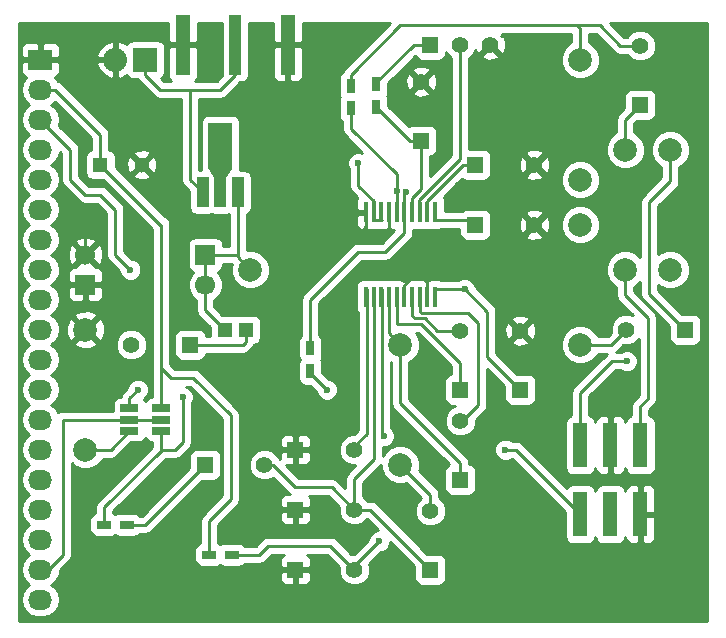
<source format=gtl>
G04 #@! TF.FileFunction,Copper,L1,Top,Signal*
%FSLAX46Y46*%
G04 Gerber Fmt 4.6, Leading zero omitted, Abs format (unit mm)*
G04 Created by KiCad (PCBNEW 4.0.4+e1-6308~48~ubuntu16.04.1-stable) date Mon Oct 24 16:27:50 2016*
%MOMM*%
%LPD*%
G01*
G04 APERTURE LIST*
%ADD10C,0.100000*%
%ADD11R,1.560000X0.650000*%
%ADD12C,1.300000*%
%ADD13R,1.300000X1.300000*%
%ADD14R,1.270000X1.270000*%
%ADD15R,2.032000X2.032000*%
%ADD16O,2.032000X2.032000*%
%ADD17R,1.397000X1.397000*%
%ADD18C,1.397000*%
%ADD19R,1.000760X2.501900*%
%ADD20R,1.998980X4.000500*%
%ADD21C,2.000000*%
%ADD22R,1.270000X5.080000*%
%ADD23R,1.016000X5.080000*%
%ADD24R,0.450000X1.750000*%
%ADD25R,2.032000X1.727200*%
%ADD26O,2.032000X1.727200*%
%ADD27R,1.270000X3.810000*%
%ADD28C,1.998980*%
%ADD29R,1.400000X1.400000*%
%ADD30C,1.400000*%
%ADD31C,1.699260*%
%ADD32R,1.699260X1.699260*%
%ADD33R,0.750000X1.200000*%
%ADD34R,1.200000X0.750000*%
%ADD35C,0.600000*%
%ADD36C,0.250000*%
%ADD37C,0.254000*%
G04 APERTURE END LIST*
D10*
D11*
X54530000Y-117160000D03*
X54530000Y-118110000D03*
X54530000Y-119060000D03*
X57230000Y-119060000D03*
X57230000Y-117160000D03*
X57230000Y-118110000D03*
D12*
X55570000Y-96520000D03*
D13*
X52070000Y-96520000D03*
D14*
X62611000Y-110490000D03*
X64389000Y-110490000D03*
D15*
X55880000Y-87630000D03*
D16*
X53340000Y-87630000D03*
D17*
X80010000Y-86360000D03*
D18*
X82550000Y-86360000D03*
X85090000Y-86360000D03*
D19*
X60728860Y-98872040D03*
X62230000Y-98872040D03*
X63731140Y-98872040D03*
D20*
X62230000Y-94919800D03*
D10*
G36*
X63230760Y-96894650D02*
X62730380Y-97643950D01*
X61729620Y-97643950D01*
X61229240Y-96894650D01*
X63230760Y-96894650D01*
X63230760Y-96894650D01*
G37*
D21*
X64770000Y-105410000D03*
D22*
X59055000Y-86360000D03*
X67945000Y-86360000D03*
D23*
X63500000Y-86360000D03*
D24*
X74545000Y-107740000D03*
X75195000Y-107740000D03*
X75845000Y-107740000D03*
X76495000Y-107740000D03*
X77145000Y-107740000D03*
X77795000Y-107740000D03*
X78445000Y-107740000D03*
X79095000Y-107740000D03*
X79745000Y-107740000D03*
X80395000Y-107740000D03*
X80395000Y-100540000D03*
X79745000Y-100540000D03*
X79095000Y-100540000D03*
X78445000Y-100540000D03*
X77795000Y-100540000D03*
X77145000Y-100540000D03*
X76495000Y-100540000D03*
X75845000Y-100540000D03*
X75195000Y-100540000D03*
X74545000Y-100540000D03*
D25*
X46990000Y-87630000D03*
D26*
X46990000Y-90170000D03*
X46990000Y-92710000D03*
X46990000Y-95250000D03*
X46990000Y-97790000D03*
X46990000Y-100330000D03*
X46990000Y-102870000D03*
X46990000Y-105410000D03*
X46990000Y-107950000D03*
X46990000Y-110490000D03*
X46990000Y-113030000D03*
X46990000Y-115570000D03*
X46990000Y-118110000D03*
X46990000Y-120650000D03*
X46990000Y-123190000D03*
X46990000Y-125730000D03*
X46990000Y-128270000D03*
X46990000Y-130810000D03*
X46990000Y-133350000D03*
D27*
X97790000Y-120269000D03*
X95250000Y-120269000D03*
X92710000Y-120269000D03*
X97790000Y-126111000D03*
X95250000Y-126111000D03*
X92710000Y-126111000D03*
D28*
X100330000Y-105410000D03*
X100330000Y-95250000D03*
X96520000Y-105410000D03*
X96520000Y-95250000D03*
X92710000Y-111760000D03*
X92710000Y-101600000D03*
X92710000Y-87630000D03*
X92710000Y-97790000D03*
X50800000Y-120650000D03*
X50800000Y-110490000D03*
X77470000Y-121920000D03*
X77470000Y-111760000D03*
D29*
X101600000Y-110490000D03*
D30*
X96600000Y-110490000D03*
D29*
X97790000Y-91440000D03*
D30*
X97790000Y-86440000D03*
D29*
X79248000Y-94488000D03*
D30*
X79248000Y-89488000D03*
D29*
X83820000Y-96520000D03*
D30*
X88820000Y-96520000D03*
D29*
X83820000Y-101600000D03*
D30*
X88820000Y-101600000D03*
D29*
X87630000Y-115570000D03*
D30*
X87630000Y-110570000D03*
D29*
X68580000Y-120650000D03*
D30*
X73580000Y-120650000D03*
D29*
X82550000Y-115570000D03*
D30*
X82550000Y-110570000D03*
D29*
X68580000Y-130810000D03*
D30*
X73580000Y-130810000D03*
D29*
X59690000Y-111760000D03*
D30*
X54690000Y-111760000D03*
D29*
X82550000Y-123190000D03*
D30*
X82550000Y-118190000D03*
D29*
X80010000Y-130810000D03*
D30*
X80010000Y-125810000D03*
D29*
X68580000Y-125730000D03*
D30*
X73580000Y-125730000D03*
D29*
X60960000Y-121920000D03*
D30*
X65960000Y-121920000D03*
D31*
X60960520Y-106677460D03*
D32*
X50800520Y-106677460D03*
D31*
X50799480Y-104142540D03*
D32*
X60959480Y-104142540D03*
D33*
X75438000Y-91628000D03*
X75438000Y-89728000D03*
X69850000Y-112080000D03*
X69850000Y-113980000D03*
X73279000Y-91755000D03*
X73279000Y-89855000D03*
D34*
X61280000Y-129540000D03*
X63180000Y-129540000D03*
X52390000Y-127000000D03*
X54290000Y-127000000D03*
D35*
X55245000Y-115570000D03*
X59055000Y-116205000D03*
X73914000Y-96393000D03*
X52324000Y-100838000D03*
X76073000Y-119507000D03*
X75692000Y-128397000D03*
X82910000Y-107040000D03*
X71247000Y-115570000D03*
X77152500Y-98742500D03*
X77978000Y-98806000D03*
X54610000Y-105410000D03*
X86360000Y-120650000D03*
X96647000Y-113157000D03*
D36*
X52390000Y-127000000D02*
X52390000Y-125542000D01*
X57282000Y-120650000D02*
X57230000Y-120650000D01*
X52390000Y-125542000D02*
X57282000Y-120650000D01*
X57230000Y-120650000D02*
X58420000Y-120650000D01*
X54530000Y-116285000D02*
X54530000Y-117160000D01*
X55245000Y-115570000D02*
X54530000Y-116285000D01*
X59055000Y-120015000D02*
X59055000Y-116205000D01*
X58420000Y-120650000D02*
X59055000Y-120015000D01*
X57230000Y-120650000D02*
X57230000Y-119060000D01*
X54530000Y-118110000D02*
X48895000Y-118110000D01*
X48895000Y-129540000D02*
X47625000Y-130810000D01*
X48895000Y-118110000D02*
X48895000Y-129540000D01*
X47625000Y-130810000D02*
X46990000Y-130810000D01*
X57230000Y-118110000D02*
X54530000Y-118110000D01*
X50800000Y-120650000D02*
X52940000Y-120650000D01*
X52940000Y-120650000D02*
X54530000Y-119060000D01*
X75195000Y-100540000D02*
X75195000Y-99579000D01*
X73914000Y-98298000D02*
X73914000Y-96393000D01*
X75195000Y-99579000D02*
X73914000Y-98298000D01*
X75438000Y-89728000D02*
X75438000Y-89535000D01*
X75438000Y-89535000D02*
X78613000Y-86360000D01*
X78613000Y-86360000D02*
X80010000Y-86360000D01*
X61280000Y-129540000D02*
X61280000Y-126680000D01*
X58039000Y-114554000D02*
X57230000Y-113745000D01*
X59944000Y-114554000D02*
X58039000Y-114554000D01*
X63119000Y-117729000D02*
X59944000Y-114554000D01*
X63119000Y-124841000D02*
X63119000Y-117729000D01*
X61280000Y-126680000D02*
X63119000Y-124841000D01*
X75882500Y-101240000D02*
X75247500Y-101240000D01*
X57230000Y-117160000D02*
X57230000Y-114935000D01*
X57230000Y-114935000D02*
X57230000Y-113745000D01*
X57230000Y-113745000D02*
X57230000Y-101600000D01*
X57230000Y-101680000D02*
X52070000Y-96520000D01*
X57230000Y-101600000D02*
X57230000Y-101680000D01*
X46990000Y-90170000D02*
X48260000Y-90170000D01*
X48260000Y-90170000D02*
X52070000Y-93980000D01*
X52070000Y-93980000D02*
X52070000Y-96520000D01*
X77795000Y-107740000D02*
X77795000Y-106736000D01*
X79745000Y-106415000D02*
X79745000Y-107740000D01*
X79502000Y-106172000D02*
X79745000Y-106415000D01*
X78359000Y-106172000D02*
X79502000Y-106172000D01*
X77795000Y-106736000D02*
X78359000Y-106172000D01*
X74545000Y-100540000D02*
X74545000Y-101977000D01*
X76495000Y-101940000D02*
X76495000Y-100540000D01*
X76200000Y-102235000D02*
X76495000Y-101940000D01*
X74803000Y-102235000D02*
X76200000Y-102235000D01*
X74545000Y-101977000D02*
X74803000Y-102235000D01*
X50799480Y-104142540D02*
X50799480Y-102362520D01*
X50799480Y-102362520D02*
X52324000Y-100838000D01*
X54290000Y-127000000D02*
X55880000Y-127000000D01*
X55880000Y-127000000D02*
X60960000Y-121920000D01*
X73580000Y-125730000D02*
X73580000Y-123143000D01*
X75247500Y-121475500D02*
X75247500Y-107040000D01*
X73580000Y-123143000D02*
X75247500Y-121475500D01*
X73580000Y-125730000D02*
X74930000Y-125730000D01*
X74930000Y-125730000D02*
X80010000Y-130810000D01*
X65960000Y-121920000D02*
X66675000Y-121920000D01*
X71675000Y-123825000D02*
X73580000Y-125730000D01*
X68580000Y-123825000D02*
X71675000Y-123825000D01*
X66675000Y-121920000D02*
X68580000Y-123825000D01*
X80010000Y-125810000D02*
X80010000Y-124460000D01*
X80010000Y-124460000D02*
X77470000Y-121920000D01*
X77470000Y-111760000D02*
X77470000Y-116713000D01*
X82550000Y-121793000D02*
X82550000Y-123190000D01*
X77470000Y-116713000D02*
X82550000Y-121793000D01*
X76517500Y-107040000D02*
X76517500Y-110807500D01*
X76517500Y-110807500D02*
X77470000Y-111760000D01*
X79095000Y-107740000D02*
X79095000Y-108940000D01*
X84074000Y-116840000D02*
X82724000Y-118190000D01*
X84074000Y-109924002D02*
X84074000Y-116840000D01*
X83231994Y-109081996D02*
X84074000Y-109924002D01*
X79236996Y-109081996D02*
X83231994Y-109081996D01*
X79095000Y-108940000D02*
X79236996Y-109081996D01*
X82724000Y-118190000D02*
X82550000Y-118190000D01*
X79057500Y-107040000D02*
X79057500Y-108394500D01*
X59690000Y-111760000D02*
X64135000Y-111760000D01*
X64389000Y-111506000D02*
X64389000Y-110490000D01*
X64135000Y-111760000D02*
X64389000Y-111506000D01*
X63180000Y-129540000D02*
X65532000Y-129540000D01*
X71548000Y-128778000D02*
X73580000Y-130810000D01*
X66294000Y-128778000D02*
X71548000Y-128778000D01*
X65532000Y-129540000D02*
X66294000Y-128778000D01*
X73580000Y-130810000D02*
X73580000Y-130509000D01*
X73580000Y-130509000D02*
X75692000Y-128397000D01*
X75882500Y-119316500D02*
X75882500Y-107040000D01*
X76073000Y-119507000D02*
X75882500Y-119316500D01*
X73580000Y-130730000D02*
X73580000Y-130810000D01*
X82550000Y-115570000D02*
X82550000Y-113284000D01*
X77152500Y-109918500D02*
X77152500Y-107040000D01*
X77216000Y-109982000D02*
X77152500Y-109918500D01*
X79248000Y-109982000D02*
X77216000Y-109982000D01*
X82550000Y-113284000D02*
X79248000Y-109982000D01*
X78445000Y-107740000D02*
X78445000Y-109306000D01*
X80598000Y-110570000D02*
X82550000Y-110570000D01*
X79559998Y-109531998D02*
X80598000Y-110570000D01*
X78670998Y-109531998D02*
X79559998Y-109531998D01*
X78445000Y-109306000D02*
X78670998Y-109531998D01*
X73580000Y-120650000D02*
X73580000Y-120349000D01*
X73580000Y-120349000D02*
X74612500Y-119316500D01*
X74612500Y-119316500D02*
X74612500Y-107040000D01*
X80327500Y-107040000D02*
X82910000Y-107040000D01*
X84836000Y-112776000D02*
X87630000Y-115570000D01*
X84836000Y-108966000D02*
X84836000Y-112776000D01*
X82910000Y-107040000D02*
X84836000Y-108966000D01*
X80327500Y-101240000D02*
X83460000Y-101240000D01*
X83460000Y-101240000D02*
X83820000Y-101600000D01*
X79745000Y-100540000D02*
X79745000Y-99579000D01*
X82804000Y-96520000D02*
X83820000Y-96520000D01*
X79745000Y-99579000D02*
X82804000Y-96520000D01*
X79692500Y-101240000D02*
X79692500Y-99885500D01*
X79248000Y-94488000D02*
X78298000Y-94488000D01*
X78298000Y-94488000D02*
X75438000Y-91628000D01*
X78445000Y-100540000D02*
X78445000Y-99355000D01*
X79248000Y-98552000D02*
X79248000Y-94488000D01*
X78445000Y-99355000D02*
X79248000Y-98552000D01*
X96520000Y-95250000D02*
X96520000Y-92710000D01*
X96520000Y-92710000D02*
X97790000Y-91440000D01*
X73279000Y-89855000D02*
X73279000Y-88900000D01*
X77470000Y-84709000D02*
X92456000Y-84709000D01*
X73279000Y-88900000D02*
X77470000Y-84709000D01*
X92710000Y-87630000D02*
X92710000Y-84963000D01*
X92456000Y-84709000D02*
X92583000Y-84709000D01*
X92710000Y-84963000D02*
X92456000Y-84709000D01*
X97790000Y-86440000D02*
X96092000Y-86440000D01*
X94361000Y-84709000D02*
X92583000Y-84709000D01*
X96092000Y-86440000D02*
X94361000Y-84709000D01*
X100330000Y-95250000D02*
X100330000Y-97917000D01*
X98552000Y-107442000D02*
X101600000Y-110490000D01*
X98552000Y-99695000D02*
X98552000Y-107442000D01*
X100330000Y-97917000D02*
X98552000Y-99695000D01*
X69850000Y-113980000D02*
X69850000Y-114173000D01*
X69850000Y-114173000D02*
X71247000Y-115570000D01*
X92710000Y-111760000D02*
X95330000Y-111760000D01*
X95330000Y-111760000D02*
X96600000Y-110490000D01*
X60960520Y-108839520D02*
X62611000Y-110490000D01*
X60960520Y-106677460D02*
X60960520Y-108839520D01*
X60959480Y-104142540D02*
X60959480Y-106676420D01*
X60959480Y-106676420D02*
X60960520Y-106677460D01*
X63731140Y-104140000D02*
X60962020Y-104140000D01*
X60962020Y-104140000D02*
X60959480Y-104142540D01*
X63731140Y-98872040D02*
X63731140Y-104140000D01*
X63731140Y-104140000D02*
X63731140Y-104371140D01*
X63731140Y-104371140D02*
X64770000Y-105410000D01*
X77152500Y-98742500D02*
X77152500Y-97345500D01*
X73279000Y-93472000D02*
X73279000Y-91755000D01*
X77152500Y-97345500D02*
X73279000Y-93472000D01*
X77152500Y-101240000D02*
X77152500Y-98742500D01*
X69850000Y-112080000D02*
X69850000Y-107950000D01*
X77795000Y-102291000D02*
X77795000Y-100540000D01*
X76200000Y-103886000D02*
X77795000Y-102291000D01*
X73914000Y-103886000D02*
X76200000Y-103886000D01*
X69850000Y-107950000D02*
X73914000Y-103886000D01*
X77787500Y-101240000D02*
X77787500Y-98996500D01*
X77787500Y-98996500D02*
X77978000Y-98806000D01*
X60728860Y-98872040D02*
X60728860Y-98828860D01*
X60728860Y-98828860D02*
X59690000Y-97790000D01*
X59690000Y-97790000D02*
X59690000Y-90170000D01*
X55880000Y-87630000D02*
X55880000Y-88900000D01*
X62230000Y-90170000D02*
X63500000Y-88900000D01*
X57150000Y-90170000D02*
X59690000Y-90170000D01*
X59690000Y-90170000D02*
X62230000Y-90170000D01*
X55880000Y-88900000D02*
X57150000Y-90170000D01*
X63500000Y-88900000D02*
X63500000Y-86360000D01*
X86360000Y-120650000D02*
X87249000Y-120650000D01*
X87249000Y-120650000D02*
X92710000Y-126111000D01*
X49530000Y-95250000D02*
X46990000Y-92710000D01*
X49530000Y-97790000D02*
X49530000Y-95250000D01*
X50800000Y-99060000D02*
X49530000Y-97790000D01*
X52070000Y-99060000D02*
X50800000Y-99060000D01*
X53340000Y-100330000D02*
X52070000Y-99060000D01*
X53340000Y-101600000D02*
X53340000Y-100330000D01*
X53340000Y-104140000D02*
X53340000Y-101600000D01*
X54610000Y-105410000D02*
X53340000Y-104140000D01*
X96520000Y-105410000D02*
X96520000Y-107569000D01*
X97790000Y-116967000D02*
X97790000Y-120269000D01*
X98425000Y-116332000D02*
X97790000Y-116967000D01*
X98425000Y-109474000D02*
X98425000Y-116332000D01*
X96520000Y-107569000D02*
X98425000Y-109474000D01*
X92710000Y-120269000D02*
X92710000Y-115824000D01*
X95377000Y-113157000D02*
X96647000Y-113157000D01*
X92710000Y-115824000D02*
X95377000Y-113157000D01*
X79057500Y-101240000D02*
X79057500Y-99504500D01*
X82550000Y-96012000D02*
X82550000Y-86360000D01*
X79057500Y-99504500D02*
X82550000Y-96012000D01*
X62230000Y-98872040D02*
X62230000Y-94919800D01*
D37*
G36*
X57785000Y-86074250D02*
X57943750Y-86233000D01*
X58928000Y-86233000D01*
X58928000Y-86213000D01*
X59182000Y-86213000D01*
X59182000Y-86233000D01*
X60166250Y-86233000D01*
X60325000Y-86074250D01*
X60325000Y-84530000D01*
X62344560Y-84530000D01*
X62344560Y-88900000D01*
X62357330Y-88967868D01*
X61915198Y-89410000D01*
X60078025Y-89410000D01*
X60228327Y-89259699D01*
X60325000Y-89026310D01*
X60325000Y-86645750D01*
X60166250Y-86487000D01*
X59182000Y-86487000D01*
X59182000Y-86507000D01*
X58928000Y-86507000D01*
X58928000Y-86487000D01*
X57943750Y-86487000D01*
X57785000Y-86645750D01*
X57785000Y-89026310D01*
X57881673Y-89259699D01*
X58031975Y-89410000D01*
X57464802Y-89410000D01*
X57236366Y-89181564D01*
X57347441Y-89110090D01*
X57492431Y-88897890D01*
X57543440Y-88646000D01*
X57543440Y-86614000D01*
X57499162Y-86378683D01*
X57360090Y-86162559D01*
X57147890Y-86017569D01*
X56896000Y-85966560D01*
X54864000Y-85966560D01*
X54628683Y-86010838D01*
X54412559Y-86149910D01*
X54312144Y-86296872D01*
X54308379Y-86292812D01*
X53722946Y-86024017D01*
X53467000Y-86142633D01*
X53467000Y-87503000D01*
X53487000Y-87503000D01*
X53487000Y-87757000D01*
X53467000Y-87757000D01*
X53467000Y-89117367D01*
X53722946Y-89235983D01*
X54308379Y-88967188D01*
X54312934Y-88962276D01*
X54399910Y-89097441D01*
X54612110Y-89242431D01*
X54864000Y-89293440D01*
X55246408Y-89293440D01*
X55342599Y-89437401D01*
X56612599Y-90707401D01*
X56859160Y-90872148D01*
X57150000Y-90930000D01*
X58930000Y-90930000D01*
X58930000Y-97790000D01*
X58987852Y-98080839D01*
X59152599Y-98327401D01*
X59581040Y-98755842D01*
X59581040Y-100122990D01*
X59625318Y-100358307D01*
X59764390Y-100574431D01*
X59976590Y-100719421D01*
X60228480Y-100770430D01*
X61229240Y-100770430D01*
X61464557Y-100726152D01*
X61476414Y-100718522D01*
X61477730Y-100719421D01*
X61729620Y-100770430D01*
X62730380Y-100770430D01*
X62965697Y-100726152D01*
X62971140Y-100722650D01*
X62971140Y-103380000D01*
X62456550Y-103380000D01*
X62456550Y-103292910D01*
X62412272Y-103057593D01*
X62273200Y-102841469D01*
X62061000Y-102696479D01*
X61809110Y-102645470D01*
X60109850Y-102645470D01*
X59874533Y-102689748D01*
X59658409Y-102828820D01*
X59513419Y-103041020D01*
X59462410Y-103292910D01*
X59462410Y-104992170D01*
X59506688Y-105227487D01*
X59645760Y-105443611D01*
X59857960Y-105588601D01*
X59934363Y-105604073D01*
X59702646Y-105835386D01*
X59476148Y-106380853D01*
X59475632Y-106971476D01*
X59701178Y-107517337D01*
X60118446Y-107935334D01*
X60200520Y-107969414D01*
X60200520Y-108839520D01*
X60258372Y-109130359D01*
X60423119Y-109376921D01*
X61328560Y-110282362D01*
X61328560Y-111000000D01*
X61026150Y-111000000D01*
X60993162Y-110824683D01*
X60854090Y-110608559D01*
X60641890Y-110463569D01*
X60390000Y-110412560D01*
X58990000Y-110412560D01*
X58754683Y-110456838D01*
X58538559Y-110595910D01*
X58393569Y-110808110D01*
X58342560Y-111060000D01*
X58342560Y-112460000D01*
X58386838Y-112695317D01*
X58525910Y-112911441D01*
X58738110Y-113056431D01*
X58990000Y-113107440D01*
X60390000Y-113107440D01*
X60625317Y-113063162D01*
X60841441Y-112924090D01*
X60986431Y-112711890D01*
X61025290Y-112520000D01*
X64135000Y-112520000D01*
X64425839Y-112462148D01*
X64672401Y-112297401D01*
X64926401Y-112043401D01*
X65091148Y-111796840D01*
X65098801Y-111758365D01*
X65259317Y-111728162D01*
X65475441Y-111589090D01*
X65620431Y-111376890D01*
X65671440Y-111125000D01*
X65671440Y-109855000D01*
X65627162Y-109619683D01*
X65488090Y-109403559D01*
X65275890Y-109258569D01*
X65024000Y-109207560D01*
X63754000Y-109207560D01*
X63518683Y-109251838D01*
X63502901Y-109261993D01*
X63497890Y-109258569D01*
X63246000Y-109207560D01*
X62403362Y-109207560D01*
X61720520Y-108524718D01*
X61720520Y-107969807D01*
X61800397Y-107936802D01*
X62218394Y-107519534D01*
X62444892Y-106974067D01*
X62445408Y-106383444D01*
X62219862Y-105837583D01*
X61988532Y-105605849D01*
X62044427Y-105595332D01*
X62260551Y-105456260D01*
X62405541Y-105244060D01*
X62456550Y-104992170D01*
X62456550Y-104900000D01*
X63188032Y-104900000D01*
X63193739Y-104908541D01*
X63203725Y-104918527D01*
X63135284Y-105083352D01*
X63134716Y-105733795D01*
X63383106Y-106334943D01*
X63842637Y-106795278D01*
X64443352Y-107044716D01*
X65093795Y-107045284D01*
X65694943Y-106796894D01*
X66155278Y-106337363D01*
X66404716Y-105736648D01*
X66405284Y-105086205D01*
X66156894Y-104485057D01*
X65697363Y-104024722D01*
X65096648Y-103775284D01*
X64491140Y-103774755D01*
X64491140Y-100710513D01*
X64682961Y-100587080D01*
X64827951Y-100374880D01*
X64878960Y-100122990D01*
X64878960Y-97621090D01*
X64834682Y-97385773D01*
X64695610Y-97169649D01*
X64483410Y-97024659D01*
X64231520Y-96973650D01*
X63866076Y-96973650D01*
X63876930Y-96920050D01*
X63876930Y-96915750D01*
X63877953Y-96912537D01*
X63876930Y-96906654D01*
X63876930Y-92919550D01*
X63832652Y-92684233D01*
X63693580Y-92468109D01*
X63481380Y-92323119D01*
X63229490Y-92272110D01*
X61230510Y-92272110D01*
X60995193Y-92316388D01*
X60779069Y-92455460D01*
X60634079Y-92667660D01*
X60583070Y-92919550D01*
X60583070Y-96920050D01*
X60593156Y-96973650D01*
X60450000Y-96973650D01*
X60450000Y-90930000D01*
X62230000Y-90930000D01*
X62520839Y-90872148D01*
X62767401Y-90707401D01*
X63927362Y-89547440D01*
X64008000Y-89547440D01*
X64243317Y-89503162D01*
X64459441Y-89364090D01*
X64604431Y-89151890D01*
X64655440Y-88900000D01*
X64655440Y-86645750D01*
X66675000Y-86645750D01*
X66675000Y-89026310D01*
X66771673Y-89259699D01*
X66950302Y-89438327D01*
X67183691Y-89535000D01*
X67659250Y-89535000D01*
X67818000Y-89376250D01*
X67818000Y-86487000D01*
X68072000Y-86487000D01*
X68072000Y-89376250D01*
X68230750Y-89535000D01*
X68706309Y-89535000D01*
X68939698Y-89438327D01*
X69118327Y-89259699D01*
X69215000Y-89026310D01*
X69215000Y-86645750D01*
X69056250Y-86487000D01*
X68072000Y-86487000D01*
X67818000Y-86487000D01*
X66833750Y-86487000D01*
X66675000Y-86645750D01*
X64655440Y-86645750D01*
X64655440Y-84530000D01*
X66675000Y-84530000D01*
X66675000Y-86074250D01*
X66833750Y-86233000D01*
X67818000Y-86233000D01*
X67818000Y-86213000D01*
X68072000Y-86213000D01*
X68072000Y-86233000D01*
X69056250Y-86233000D01*
X69215000Y-86074250D01*
X69215000Y-84530000D01*
X76574198Y-84530000D01*
X72741599Y-88362599D01*
X72576852Y-88609161D01*
X72553637Y-88725868D01*
X72452559Y-88790910D01*
X72307569Y-89003110D01*
X72256560Y-89255000D01*
X72256560Y-90455000D01*
X72300838Y-90690317D01*
X72374620Y-90804978D01*
X72307569Y-90903110D01*
X72256560Y-91155000D01*
X72256560Y-92355000D01*
X72300838Y-92590317D01*
X72439910Y-92806441D01*
X72519000Y-92860481D01*
X72519000Y-93472000D01*
X72576852Y-93762839D01*
X72741599Y-94009401D01*
X74253957Y-95521759D01*
X74100799Y-95458162D01*
X73728833Y-95457838D01*
X73385057Y-95599883D01*
X73121808Y-95862673D01*
X72979162Y-96206201D01*
X72978838Y-96578167D01*
X73120883Y-96921943D01*
X73154000Y-96955118D01*
X73154000Y-98298000D01*
X73211852Y-98588839D01*
X73376599Y-98835401D01*
X73814086Y-99272888D01*
X73781673Y-99305302D01*
X73685000Y-99538691D01*
X73685000Y-100254250D01*
X73843750Y-100413000D01*
X74322560Y-100413000D01*
X74322560Y-100667000D01*
X73843750Y-100667000D01*
X73685000Y-100825750D01*
X73685000Y-101541309D01*
X73781673Y-101774698D01*
X73960301Y-101953327D01*
X74193690Y-102050000D01*
X74273750Y-102050000D01*
X74432500Y-101891250D01*
X74432500Y-101752359D01*
X74505910Y-101866441D01*
X74718110Y-102011431D01*
X74792808Y-102026558D01*
X74816250Y-102050000D01*
X74896310Y-102050000D01*
X74900335Y-102048333D01*
X74970000Y-102062440D01*
X75420000Y-102062440D01*
X75523671Y-102042933D01*
X75620000Y-102062440D01*
X76070000Y-102062440D01*
X76141323Y-102049020D01*
X76143690Y-102050000D01*
X76223750Y-102050000D01*
X76244062Y-102029688D01*
X76305317Y-102018162D01*
X76497227Y-101894671D01*
X76668110Y-102011431D01*
X76742808Y-102026558D01*
X76766250Y-102050000D01*
X76846310Y-102050000D01*
X76850335Y-102048333D01*
X76920000Y-102062440D01*
X76948758Y-102062440D01*
X75885198Y-103126000D01*
X73914000Y-103126000D01*
X73623161Y-103183852D01*
X73376599Y-103348599D01*
X69312599Y-107412599D01*
X69147852Y-107659161D01*
X69090000Y-107950000D01*
X69090000Y-110973156D01*
X69023559Y-111015910D01*
X68878569Y-111228110D01*
X68827560Y-111480000D01*
X68827560Y-112680000D01*
X68871838Y-112915317D01*
X68945620Y-113029978D01*
X68878569Y-113128110D01*
X68827560Y-113380000D01*
X68827560Y-114580000D01*
X68871838Y-114815317D01*
X69010910Y-115031441D01*
X69223110Y-115176431D01*
X69475000Y-115227440D01*
X69829638Y-115227440D01*
X70311878Y-115709680D01*
X70311838Y-115755167D01*
X70453883Y-116098943D01*
X70716673Y-116362192D01*
X71060201Y-116504838D01*
X71432167Y-116505162D01*
X71775943Y-116363117D01*
X72039192Y-116100327D01*
X72181838Y-115756799D01*
X72182162Y-115384833D01*
X72040117Y-115041057D01*
X71777327Y-114777808D01*
X71433799Y-114635162D01*
X71386923Y-114635121D01*
X70872440Y-114120638D01*
X70872440Y-113380000D01*
X70828162Y-113144683D01*
X70754380Y-113030022D01*
X70821431Y-112931890D01*
X70872440Y-112680000D01*
X70872440Y-111480000D01*
X70828162Y-111244683D01*
X70689090Y-111028559D01*
X70610000Y-110974519D01*
X70610000Y-108264802D01*
X74228802Y-104646000D01*
X76200000Y-104646000D01*
X76490839Y-104588148D01*
X76737401Y-104423401D01*
X78332401Y-102828401D01*
X78497148Y-102581839D01*
X78555000Y-102291000D01*
X78555000Y-102062440D01*
X78670000Y-102062440D01*
X78773671Y-102042933D01*
X78870000Y-102062440D01*
X79320000Y-102062440D01*
X79423671Y-102042933D01*
X79520000Y-102062440D01*
X79970000Y-102062440D01*
X80073671Y-102042933D01*
X80170000Y-102062440D01*
X80620000Y-102062440D01*
X80855317Y-102018162D01*
X80883542Y-102000000D01*
X82472560Y-102000000D01*
X82472560Y-102300000D01*
X82516838Y-102535317D01*
X82655910Y-102751441D01*
X82868110Y-102896431D01*
X83120000Y-102947440D01*
X84520000Y-102947440D01*
X84755317Y-102903162D01*
X84971441Y-102764090D01*
X85116431Y-102551890D01*
X85119795Y-102535275D01*
X88064331Y-102535275D01*
X88126169Y-102771042D01*
X88627122Y-102947419D01*
X89157440Y-102918664D01*
X89513831Y-102771042D01*
X89575669Y-102535275D01*
X88820000Y-101779605D01*
X88064331Y-102535275D01*
X85119795Y-102535275D01*
X85167440Y-102300000D01*
X85167440Y-101407122D01*
X87472581Y-101407122D01*
X87501336Y-101937440D01*
X87648958Y-102293831D01*
X87884725Y-102355669D01*
X88640395Y-101600000D01*
X88999605Y-101600000D01*
X89755275Y-102355669D01*
X89991042Y-102293831D01*
X90121360Y-101923694D01*
X91075226Y-101923694D01*
X91323538Y-102524655D01*
X91782927Y-102984846D01*
X92383453Y-103234206D01*
X93033694Y-103234774D01*
X93634655Y-102986462D01*
X94094846Y-102527073D01*
X94344206Y-101926547D01*
X94344774Y-101276306D01*
X94096462Y-100675345D01*
X93637073Y-100215154D01*
X93036547Y-99965794D01*
X92386306Y-99965226D01*
X91785345Y-100213538D01*
X91325154Y-100672927D01*
X91075794Y-101273453D01*
X91075226Y-101923694D01*
X90121360Y-101923694D01*
X90167419Y-101792878D01*
X90138664Y-101262560D01*
X89991042Y-100906169D01*
X89755275Y-100844331D01*
X88999605Y-101600000D01*
X88640395Y-101600000D01*
X87884725Y-100844331D01*
X87648958Y-100906169D01*
X87472581Y-101407122D01*
X85167440Y-101407122D01*
X85167440Y-100900000D01*
X85123170Y-100664725D01*
X88064331Y-100664725D01*
X88820000Y-101420395D01*
X89575669Y-100664725D01*
X89513831Y-100428958D01*
X89012878Y-100252581D01*
X88482560Y-100281336D01*
X88126169Y-100428958D01*
X88064331Y-100664725D01*
X85123170Y-100664725D01*
X85123162Y-100664683D01*
X84984090Y-100448559D01*
X84771890Y-100303569D01*
X84520000Y-100252560D01*
X83120000Y-100252560D01*
X82884683Y-100296838D01*
X82668559Y-100435910D01*
X82638434Y-100480000D01*
X81267440Y-100480000D01*
X81267440Y-99665000D01*
X81223162Y-99429683D01*
X81123695Y-99275107D01*
X82285108Y-98113694D01*
X91075226Y-98113694D01*
X91323538Y-98714655D01*
X91782927Y-99174846D01*
X92383453Y-99424206D01*
X93033694Y-99424774D01*
X93634655Y-99176462D01*
X94094846Y-98717073D01*
X94344206Y-98116547D01*
X94344774Y-97466306D01*
X94096462Y-96865345D01*
X93637073Y-96405154D01*
X93036547Y-96155794D01*
X92386306Y-96155226D01*
X91785345Y-96403538D01*
X91325154Y-96862927D01*
X91075794Y-97463453D01*
X91075226Y-98113694D01*
X82285108Y-98113694D01*
X82698358Y-97700444D01*
X82868110Y-97816431D01*
X83120000Y-97867440D01*
X84520000Y-97867440D01*
X84755317Y-97823162D01*
X84971441Y-97684090D01*
X85116431Y-97471890D01*
X85119795Y-97455275D01*
X88064331Y-97455275D01*
X88126169Y-97691042D01*
X88627122Y-97867419D01*
X89157440Y-97838664D01*
X89513831Y-97691042D01*
X89575669Y-97455275D01*
X88820000Y-96699605D01*
X88064331Y-97455275D01*
X85119795Y-97455275D01*
X85167440Y-97220000D01*
X85167440Y-96327122D01*
X87472581Y-96327122D01*
X87501336Y-96857440D01*
X87648958Y-97213831D01*
X87884725Y-97275669D01*
X88640395Y-96520000D01*
X88999605Y-96520000D01*
X89755275Y-97275669D01*
X89991042Y-97213831D01*
X90167419Y-96712878D01*
X90138664Y-96182560D01*
X89991042Y-95826169D01*
X89755275Y-95764331D01*
X88999605Y-96520000D01*
X88640395Y-96520000D01*
X87884725Y-95764331D01*
X87648958Y-95826169D01*
X87472581Y-96327122D01*
X85167440Y-96327122D01*
X85167440Y-95820000D01*
X85123170Y-95584725D01*
X88064331Y-95584725D01*
X88820000Y-96340395D01*
X89575669Y-95584725D01*
X89572776Y-95573694D01*
X94885226Y-95573694D01*
X95133538Y-96174655D01*
X95592927Y-96634846D01*
X96193453Y-96884206D01*
X96843694Y-96884774D01*
X97444655Y-96636462D01*
X97904846Y-96177073D01*
X98154206Y-95576547D01*
X98154774Y-94926306D01*
X97906462Y-94325345D01*
X97447073Y-93865154D01*
X97280000Y-93795779D01*
X97280000Y-93024802D01*
X97517362Y-92787440D01*
X98490000Y-92787440D01*
X98725317Y-92743162D01*
X98941441Y-92604090D01*
X99086431Y-92391890D01*
X99137440Y-92140000D01*
X99137440Y-90740000D01*
X99093162Y-90504683D01*
X98954090Y-90288559D01*
X98741890Y-90143569D01*
X98490000Y-90092560D01*
X97090000Y-90092560D01*
X96854683Y-90136838D01*
X96638559Y-90275910D01*
X96493569Y-90488110D01*
X96442560Y-90740000D01*
X96442560Y-91712638D01*
X95982599Y-92172599D01*
X95817852Y-92419161D01*
X95760000Y-92710000D01*
X95760000Y-93795504D01*
X95595345Y-93863538D01*
X95135154Y-94322927D01*
X94885794Y-94923453D01*
X94885226Y-95573694D01*
X89572776Y-95573694D01*
X89513831Y-95348958D01*
X89012878Y-95172581D01*
X88482560Y-95201336D01*
X88126169Y-95348958D01*
X88064331Y-95584725D01*
X85123170Y-95584725D01*
X85123162Y-95584683D01*
X84984090Y-95368559D01*
X84771890Y-95223569D01*
X84520000Y-95172560D01*
X83310000Y-95172560D01*
X83310000Y-87485536D01*
X83501681Y-87294188D01*
X84335417Y-87294188D01*
X84397071Y-87529800D01*
X84897480Y-87705927D01*
X85427199Y-87677148D01*
X85782929Y-87529800D01*
X85844583Y-87294188D01*
X85090000Y-86539605D01*
X84335417Y-87294188D01*
X83501681Y-87294188D01*
X83679827Y-87116353D01*
X83813314Y-86794882D01*
X83920200Y-87052929D01*
X84155812Y-87114583D01*
X84910395Y-86360000D01*
X84896253Y-86345858D01*
X85075858Y-86166253D01*
X85090000Y-86180395D01*
X85104143Y-86166253D01*
X85283748Y-86345858D01*
X85269605Y-86360000D01*
X86024188Y-87114583D01*
X86259800Y-87052929D01*
X86435927Y-86552520D01*
X86407148Y-86022801D01*
X86259800Y-85667071D01*
X86024190Y-85605418D01*
X86139445Y-85490163D01*
X86118282Y-85469000D01*
X91950000Y-85469000D01*
X91950000Y-86175504D01*
X91785345Y-86243538D01*
X91325154Y-86702927D01*
X91075794Y-87303453D01*
X91075226Y-87953694D01*
X91323538Y-88554655D01*
X91782927Y-89014846D01*
X92383453Y-89264206D01*
X93033694Y-89264774D01*
X93634655Y-89016462D01*
X94094846Y-88557073D01*
X94344206Y-87956547D01*
X94344774Y-87306306D01*
X94096462Y-86705345D01*
X93637073Y-86245154D01*
X93470000Y-86175779D01*
X93470000Y-85469000D01*
X94046198Y-85469000D01*
X95554599Y-86977401D01*
X95801161Y-87142148D01*
X96092000Y-87200000D01*
X96662345Y-87200000D01*
X97032796Y-87571098D01*
X97523287Y-87774768D01*
X98054383Y-87775231D01*
X98545229Y-87572418D01*
X98921098Y-87197204D01*
X99124768Y-86706713D01*
X99125231Y-86175617D01*
X98922418Y-85684771D01*
X98547204Y-85308902D01*
X98056713Y-85105232D01*
X97525617Y-85104769D01*
X97034771Y-85307582D01*
X96661703Y-85680000D01*
X96406802Y-85680000D01*
X95256802Y-84530000D01*
X103430000Y-84530000D01*
X103430000Y-135180000D01*
X45160000Y-135180000D01*
X45160000Y-90170000D01*
X45306655Y-90170000D01*
X45420729Y-90743489D01*
X45745585Y-91229670D01*
X46060366Y-91440000D01*
X45745585Y-91650330D01*
X45420729Y-92136511D01*
X45306655Y-92710000D01*
X45420729Y-93283489D01*
X45745585Y-93769670D01*
X46060366Y-93980000D01*
X45745585Y-94190330D01*
X45420729Y-94676511D01*
X45306655Y-95250000D01*
X45420729Y-95823489D01*
X45745585Y-96309670D01*
X46060366Y-96520000D01*
X45745585Y-96730330D01*
X45420729Y-97216511D01*
X45306655Y-97790000D01*
X45420729Y-98363489D01*
X45745585Y-98849670D01*
X46060366Y-99060000D01*
X45745585Y-99270330D01*
X45420729Y-99756511D01*
X45306655Y-100330000D01*
X45420729Y-100903489D01*
X45745585Y-101389670D01*
X46060366Y-101600000D01*
X45745585Y-101810330D01*
X45420729Y-102296511D01*
X45306655Y-102870000D01*
X45420729Y-103443489D01*
X45745585Y-103929670D01*
X46060366Y-104140000D01*
X45745585Y-104350330D01*
X45420729Y-104836511D01*
X45306655Y-105410000D01*
X45420729Y-105983489D01*
X45745585Y-106469670D01*
X46060366Y-106680000D01*
X45745585Y-106890330D01*
X45420729Y-107376511D01*
X45306655Y-107950000D01*
X45420729Y-108523489D01*
X45745585Y-109009670D01*
X46060366Y-109220000D01*
X45745585Y-109430330D01*
X45420729Y-109916511D01*
X45306655Y-110490000D01*
X45420729Y-111063489D01*
X45745585Y-111549670D01*
X46060366Y-111760000D01*
X45745585Y-111970330D01*
X45420729Y-112456511D01*
X45306655Y-113030000D01*
X45420729Y-113603489D01*
X45745585Y-114089670D01*
X46060366Y-114300000D01*
X45745585Y-114510330D01*
X45420729Y-114996511D01*
X45306655Y-115570000D01*
X45420729Y-116143489D01*
X45745585Y-116629670D01*
X46060366Y-116840000D01*
X45745585Y-117050330D01*
X45420729Y-117536511D01*
X45306655Y-118110000D01*
X45420729Y-118683489D01*
X45745585Y-119169670D01*
X46060366Y-119380000D01*
X45745585Y-119590330D01*
X45420729Y-120076511D01*
X45306655Y-120650000D01*
X45420729Y-121223489D01*
X45745585Y-121709670D01*
X46060366Y-121920000D01*
X45745585Y-122130330D01*
X45420729Y-122616511D01*
X45306655Y-123190000D01*
X45420729Y-123763489D01*
X45745585Y-124249670D01*
X46060366Y-124460000D01*
X45745585Y-124670330D01*
X45420729Y-125156511D01*
X45306655Y-125730000D01*
X45420729Y-126303489D01*
X45745585Y-126789670D01*
X46060366Y-127000000D01*
X45745585Y-127210330D01*
X45420729Y-127696511D01*
X45306655Y-128270000D01*
X45420729Y-128843489D01*
X45745585Y-129329670D01*
X46060366Y-129540000D01*
X45745585Y-129750330D01*
X45420729Y-130236511D01*
X45306655Y-130810000D01*
X45420729Y-131383489D01*
X45745585Y-131869670D01*
X46060366Y-132080000D01*
X45745585Y-132290330D01*
X45420729Y-132776511D01*
X45306655Y-133350000D01*
X45420729Y-133923489D01*
X45745585Y-134409670D01*
X46231766Y-134734526D01*
X46805255Y-134848600D01*
X47174745Y-134848600D01*
X47748234Y-134734526D01*
X48234415Y-134409670D01*
X48559271Y-133923489D01*
X48673345Y-133350000D01*
X48559271Y-132776511D01*
X48234415Y-132290330D01*
X47919634Y-132080000D01*
X48234415Y-131869670D01*
X48559271Y-131383489D01*
X48616505Y-131095750D01*
X67245000Y-131095750D01*
X67245000Y-131636310D01*
X67341673Y-131869699D01*
X67520302Y-132048327D01*
X67753691Y-132145000D01*
X68294250Y-132145000D01*
X68453000Y-131986250D01*
X68453000Y-130937000D01*
X68707000Y-130937000D01*
X68707000Y-131986250D01*
X68865750Y-132145000D01*
X69406309Y-132145000D01*
X69639698Y-132048327D01*
X69818327Y-131869699D01*
X69915000Y-131636310D01*
X69915000Y-131095750D01*
X69756250Y-130937000D01*
X68707000Y-130937000D01*
X68453000Y-130937000D01*
X67403750Y-130937000D01*
X67245000Y-131095750D01*
X48616505Y-131095750D01*
X48666776Y-130843026D01*
X49432401Y-130077401D01*
X49597148Y-129830840D01*
X49655000Y-129540000D01*
X49655000Y-121816539D01*
X49872927Y-122034846D01*
X50473453Y-122284206D01*
X51123694Y-122284774D01*
X51724655Y-122036462D01*
X52184846Y-121577073D01*
X52254221Y-121410000D01*
X52940000Y-121410000D01*
X53230839Y-121352148D01*
X53477401Y-121187401D01*
X54632362Y-120032440D01*
X55310000Y-120032440D01*
X55545317Y-119988162D01*
X55761441Y-119849090D01*
X55881233Y-119673768D01*
X55985910Y-119836441D01*
X56198110Y-119981431D01*
X56450000Y-120032440D01*
X56470000Y-120032440D01*
X56470000Y-120387198D01*
X51852599Y-125004599D01*
X51687852Y-125251161D01*
X51630000Y-125542000D01*
X51630000Y-126007666D01*
X51554683Y-126021838D01*
X51338559Y-126160910D01*
X51193569Y-126373110D01*
X51142560Y-126625000D01*
X51142560Y-127375000D01*
X51186838Y-127610317D01*
X51325910Y-127826441D01*
X51538110Y-127971431D01*
X51790000Y-128022440D01*
X52990000Y-128022440D01*
X53225317Y-127978162D01*
X53339978Y-127904380D01*
X53438110Y-127971431D01*
X53690000Y-128022440D01*
X54890000Y-128022440D01*
X55125317Y-127978162D01*
X55341441Y-127839090D01*
X55395481Y-127760000D01*
X55880000Y-127760000D01*
X56170839Y-127702148D01*
X56417401Y-127537401D01*
X60687362Y-123267440D01*
X61660000Y-123267440D01*
X61895317Y-123223162D01*
X62111441Y-123084090D01*
X62256431Y-122871890D01*
X62307440Y-122620000D01*
X62307440Y-121220000D01*
X62263162Y-120984683D01*
X62124090Y-120768559D01*
X61911890Y-120623569D01*
X61660000Y-120572560D01*
X60260000Y-120572560D01*
X60024683Y-120616838D01*
X59808559Y-120755910D01*
X59663569Y-120968110D01*
X59612560Y-121220000D01*
X59612560Y-122192638D01*
X55565198Y-126240000D01*
X55396844Y-126240000D01*
X55354090Y-126173559D01*
X55141890Y-126028569D01*
X54890000Y-125977560D01*
X53690000Y-125977560D01*
X53454683Y-126021838D01*
X53340022Y-126095620D01*
X53241890Y-126028569D01*
X53150000Y-126009961D01*
X53150000Y-125856802D01*
X57596802Y-121410000D01*
X58420000Y-121410000D01*
X58710839Y-121352148D01*
X58957401Y-121187401D01*
X59592401Y-120552401D01*
X59757148Y-120305839D01*
X59815000Y-120015000D01*
X59815000Y-116767463D01*
X59847192Y-116735327D01*
X59989838Y-116391799D01*
X59990162Y-116019833D01*
X59848117Y-115676057D01*
X59585327Y-115412808D01*
X59347372Y-115314000D01*
X59629198Y-115314000D01*
X62359000Y-118043802D01*
X62359000Y-124526198D01*
X60742599Y-126142599D01*
X60577852Y-126389161D01*
X60520000Y-126680000D01*
X60520000Y-128547666D01*
X60444683Y-128561838D01*
X60228559Y-128700910D01*
X60083569Y-128913110D01*
X60032560Y-129165000D01*
X60032560Y-129915000D01*
X60076838Y-130150317D01*
X60215910Y-130366441D01*
X60428110Y-130511431D01*
X60680000Y-130562440D01*
X61880000Y-130562440D01*
X62115317Y-130518162D01*
X62229978Y-130444380D01*
X62328110Y-130511431D01*
X62580000Y-130562440D01*
X63780000Y-130562440D01*
X64015317Y-130518162D01*
X64231441Y-130379090D01*
X64285481Y-130300000D01*
X65532000Y-130300000D01*
X65822839Y-130242148D01*
X66069401Y-130077401D01*
X66608802Y-129538000D01*
X67601596Y-129538000D01*
X67520302Y-129571673D01*
X67341673Y-129750301D01*
X67245000Y-129983690D01*
X67245000Y-130524250D01*
X67403750Y-130683000D01*
X68453000Y-130683000D01*
X68453000Y-130663000D01*
X68707000Y-130663000D01*
X68707000Y-130683000D01*
X69756250Y-130683000D01*
X69915000Y-130524250D01*
X69915000Y-129983690D01*
X69818327Y-129750301D01*
X69639698Y-129571673D01*
X69558404Y-129538000D01*
X71233198Y-129538000D01*
X72245226Y-130550028D01*
X72244769Y-131074383D01*
X72447582Y-131565229D01*
X72822796Y-131941098D01*
X73313287Y-132144768D01*
X73844383Y-132145231D01*
X74335229Y-131942418D01*
X74711098Y-131567204D01*
X74914768Y-131076713D01*
X74915231Y-130545617D01*
X74828380Y-130335422D01*
X75831680Y-129332122D01*
X75877167Y-129332162D01*
X76220943Y-129190117D01*
X76484192Y-128927327D01*
X76626838Y-128583799D01*
X76626910Y-128501712D01*
X78662560Y-130537362D01*
X78662560Y-131510000D01*
X78706838Y-131745317D01*
X78845910Y-131961441D01*
X79058110Y-132106431D01*
X79310000Y-132157440D01*
X80710000Y-132157440D01*
X80945317Y-132113162D01*
X81161441Y-131974090D01*
X81306431Y-131761890D01*
X81357440Y-131510000D01*
X81357440Y-130110000D01*
X81313162Y-129874683D01*
X81174090Y-129658559D01*
X80961890Y-129513569D01*
X80710000Y-129462560D01*
X79737362Y-129462560D01*
X75467401Y-125192599D01*
X75220839Y-125027852D01*
X74930000Y-124970000D01*
X74707655Y-124970000D01*
X74340000Y-124601703D01*
X74340000Y-123457802D01*
X75784901Y-122012901D01*
X75835494Y-121937183D01*
X75835226Y-122243694D01*
X76083538Y-122844655D01*
X76542927Y-123304846D01*
X77143453Y-123554206D01*
X77793694Y-123554774D01*
X77960889Y-123485691D01*
X79203731Y-124728533D01*
X78878902Y-125052796D01*
X78675232Y-125543287D01*
X78674769Y-126074383D01*
X78877582Y-126565229D01*
X79252796Y-126941098D01*
X79743287Y-127144768D01*
X80274383Y-127145231D01*
X80765229Y-126942418D01*
X81141098Y-126567204D01*
X81344768Y-126076713D01*
X81345231Y-125545617D01*
X81142418Y-125054771D01*
X80770000Y-124681703D01*
X80770000Y-124460000D01*
X80712148Y-124169161D01*
X80712148Y-124169160D01*
X80547401Y-123922599D01*
X79035885Y-122411083D01*
X79104206Y-122246547D01*
X79104774Y-121596306D01*
X78856462Y-120995345D01*
X78397073Y-120535154D01*
X77796547Y-120285794D01*
X77146306Y-120285226D01*
X76545345Y-120533538D01*
X76085154Y-120992927D01*
X76007500Y-121179939D01*
X76007500Y-120441944D01*
X76258167Y-120442162D01*
X76601943Y-120300117D01*
X76865192Y-120037327D01*
X77007838Y-119693799D01*
X77008162Y-119321833D01*
X76866117Y-118978057D01*
X76642500Y-118754049D01*
X76642500Y-113186192D01*
X76710000Y-113214221D01*
X76710000Y-116713000D01*
X76767852Y-117003839D01*
X76932599Y-117250401D01*
X81586908Y-121904710D01*
X81398559Y-122025910D01*
X81253569Y-122238110D01*
X81202560Y-122490000D01*
X81202560Y-123890000D01*
X81246838Y-124125317D01*
X81385910Y-124341441D01*
X81598110Y-124486431D01*
X81850000Y-124537440D01*
X83250000Y-124537440D01*
X83485317Y-124493162D01*
X83701441Y-124354090D01*
X83846431Y-124141890D01*
X83897440Y-123890000D01*
X83897440Y-122490000D01*
X83853162Y-122254683D01*
X83714090Y-122038559D01*
X83501890Y-121893569D01*
X83310000Y-121854710D01*
X83310000Y-121793000D01*
X83252148Y-121502161D01*
X83087401Y-121255599D01*
X82666969Y-120835167D01*
X85424838Y-120835167D01*
X85566883Y-121178943D01*
X85829673Y-121442192D01*
X86173201Y-121584838D01*
X86545167Y-121585162D01*
X86888943Y-121443117D01*
X86922118Y-121410000D01*
X86934198Y-121410000D01*
X91427560Y-125903362D01*
X91427560Y-128016000D01*
X91471838Y-128251317D01*
X91610910Y-128467441D01*
X91823110Y-128612431D01*
X92075000Y-128663440D01*
X93345000Y-128663440D01*
X93580317Y-128619162D01*
X93796441Y-128480090D01*
X93941431Y-128267890D01*
X93979543Y-128079686D01*
X94011838Y-128251317D01*
X94150910Y-128467441D01*
X94363110Y-128612431D01*
X94615000Y-128663440D01*
X95885000Y-128663440D01*
X96120317Y-128619162D01*
X96336441Y-128480090D01*
X96481431Y-128267890D01*
X96520000Y-128077431D01*
X96520000Y-128142309D01*
X96616673Y-128375698D01*
X96795301Y-128554327D01*
X97028690Y-128651000D01*
X97504250Y-128651000D01*
X97663000Y-128492250D01*
X97663000Y-126238000D01*
X97917000Y-126238000D01*
X97917000Y-128492250D01*
X98075750Y-128651000D01*
X98551310Y-128651000D01*
X98784699Y-128554327D01*
X98963327Y-128375698D01*
X99060000Y-128142309D01*
X99060000Y-126396750D01*
X98901250Y-126238000D01*
X97917000Y-126238000D01*
X97663000Y-126238000D01*
X97643000Y-126238000D01*
X97643000Y-125984000D01*
X97663000Y-125984000D01*
X97663000Y-123729750D01*
X97917000Y-123729750D01*
X97917000Y-125984000D01*
X98901250Y-125984000D01*
X99060000Y-125825250D01*
X99060000Y-124079691D01*
X98963327Y-123846302D01*
X98784699Y-123667673D01*
X98551310Y-123571000D01*
X98075750Y-123571000D01*
X97917000Y-123729750D01*
X97663000Y-123729750D01*
X97504250Y-123571000D01*
X97028690Y-123571000D01*
X96795301Y-123667673D01*
X96616673Y-123846302D01*
X96520000Y-124079691D01*
X96520000Y-124139887D01*
X96488162Y-123970683D01*
X96349090Y-123754559D01*
X96136890Y-123609569D01*
X95885000Y-123558560D01*
X94615000Y-123558560D01*
X94379683Y-123602838D01*
X94163559Y-123741910D01*
X94018569Y-123954110D01*
X93980457Y-124142314D01*
X93948162Y-123970683D01*
X93809090Y-123754559D01*
X93596890Y-123609569D01*
X93345000Y-123558560D01*
X92075000Y-123558560D01*
X91839683Y-123602838D01*
X91623559Y-123741910D01*
X91539190Y-123865388D01*
X87786401Y-120112599D01*
X87539839Y-119947852D01*
X87249000Y-119890000D01*
X86922463Y-119890000D01*
X86890327Y-119857808D01*
X86546799Y-119715162D01*
X86174833Y-119714838D01*
X85831057Y-119856883D01*
X85567808Y-120119673D01*
X85425162Y-120463201D01*
X85424838Y-120835167D01*
X82666969Y-120835167D01*
X78230000Y-116398198D01*
X78230000Y-113214496D01*
X78394655Y-113146462D01*
X78854846Y-112687073D01*
X79104206Y-112086547D01*
X79104774Y-111436306D01*
X78856462Y-110835345D01*
X78763280Y-110742000D01*
X78933198Y-110742000D01*
X81790000Y-113598802D01*
X81790000Y-114233850D01*
X81614683Y-114266838D01*
X81398559Y-114405910D01*
X81253569Y-114618110D01*
X81202560Y-114870000D01*
X81202560Y-116270000D01*
X81246838Y-116505317D01*
X81385910Y-116721441D01*
X81598110Y-116866431D01*
X81850000Y-116917440D01*
X82133941Y-116917440D01*
X81794771Y-117057582D01*
X81418902Y-117432796D01*
X81215232Y-117923287D01*
X81214769Y-118454383D01*
X81417582Y-118945229D01*
X81792796Y-119321098D01*
X82283287Y-119524768D01*
X82814383Y-119525231D01*
X83305229Y-119322418D01*
X83681098Y-118947204D01*
X83884768Y-118456713D01*
X83885076Y-118103726D01*
X84611401Y-117377401D01*
X84776148Y-117130840D01*
X84834000Y-116840000D01*
X84834000Y-113848802D01*
X86282560Y-115297362D01*
X86282560Y-116270000D01*
X86326838Y-116505317D01*
X86465910Y-116721441D01*
X86678110Y-116866431D01*
X86930000Y-116917440D01*
X88330000Y-116917440D01*
X88565317Y-116873162D01*
X88781441Y-116734090D01*
X88926431Y-116521890D01*
X88977440Y-116270000D01*
X88977440Y-114870000D01*
X88933162Y-114634683D01*
X88794090Y-114418559D01*
X88581890Y-114273569D01*
X88330000Y-114222560D01*
X87357362Y-114222560D01*
X85596000Y-112461198D01*
X85596000Y-112083694D01*
X91075226Y-112083694D01*
X91323538Y-112684655D01*
X91782927Y-113144846D01*
X92383453Y-113394206D01*
X93033694Y-113394774D01*
X93634655Y-113146462D01*
X94094846Y-112687073D01*
X94164221Y-112520000D01*
X94988660Y-112520000D01*
X94839599Y-112619599D01*
X92172599Y-115286599D01*
X92007852Y-115533161D01*
X91950000Y-115824000D01*
X91950000Y-117740080D01*
X91839683Y-117760838D01*
X91623559Y-117899910D01*
X91478569Y-118112110D01*
X91427560Y-118364000D01*
X91427560Y-122174000D01*
X91471838Y-122409317D01*
X91610910Y-122625441D01*
X91823110Y-122770431D01*
X92075000Y-122821440D01*
X93345000Y-122821440D01*
X93580317Y-122777162D01*
X93796441Y-122638090D01*
X93941431Y-122425890D01*
X93980000Y-122235431D01*
X93980000Y-122300309D01*
X94076673Y-122533698D01*
X94255301Y-122712327D01*
X94488690Y-122809000D01*
X94964250Y-122809000D01*
X95123000Y-122650250D01*
X95123000Y-120396000D01*
X95103000Y-120396000D01*
X95103000Y-120142000D01*
X95123000Y-120142000D01*
X95123000Y-117887750D01*
X94964250Y-117729000D01*
X94488690Y-117729000D01*
X94255301Y-117825673D01*
X94076673Y-118004302D01*
X93980000Y-118237691D01*
X93980000Y-118297887D01*
X93948162Y-118128683D01*
X93809090Y-117912559D01*
X93596890Y-117767569D01*
X93470000Y-117741873D01*
X93470000Y-116138802D01*
X95691802Y-113917000D01*
X96084537Y-113917000D01*
X96116673Y-113949192D01*
X96460201Y-114091838D01*
X96832167Y-114092162D01*
X97175943Y-113950117D01*
X97439192Y-113687327D01*
X97581838Y-113343799D01*
X97582162Y-112971833D01*
X97440117Y-112628057D01*
X97177327Y-112364808D01*
X96833799Y-112222162D01*
X96461833Y-112221838D01*
X96118057Y-112363883D01*
X96084882Y-112397000D01*
X95718340Y-112397000D01*
X95867401Y-112297401D01*
X96340028Y-111824774D01*
X96864383Y-111825231D01*
X97355229Y-111622418D01*
X97665000Y-111313187D01*
X97665000Y-116017198D01*
X97252599Y-116429599D01*
X97087852Y-116676161D01*
X97030000Y-116967000D01*
X97030000Y-117740080D01*
X96919683Y-117760838D01*
X96703559Y-117899910D01*
X96558569Y-118112110D01*
X96520000Y-118302569D01*
X96520000Y-118237691D01*
X96423327Y-118004302D01*
X96244699Y-117825673D01*
X96011310Y-117729000D01*
X95535750Y-117729000D01*
X95377000Y-117887750D01*
X95377000Y-120142000D01*
X95397000Y-120142000D01*
X95397000Y-120396000D01*
X95377000Y-120396000D01*
X95377000Y-122650250D01*
X95535750Y-122809000D01*
X96011310Y-122809000D01*
X96244699Y-122712327D01*
X96423327Y-122533698D01*
X96520000Y-122300309D01*
X96520000Y-122240113D01*
X96551838Y-122409317D01*
X96690910Y-122625441D01*
X96903110Y-122770431D01*
X97155000Y-122821440D01*
X98425000Y-122821440D01*
X98660317Y-122777162D01*
X98876441Y-122638090D01*
X99021431Y-122425890D01*
X99072440Y-122174000D01*
X99072440Y-118364000D01*
X99028162Y-118128683D01*
X98889090Y-117912559D01*
X98676890Y-117767569D01*
X98550000Y-117741873D01*
X98550000Y-117281802D01*
X98962401Y-116869401D01*
X99127148Y-116622839D01*
X99185000Y-116332000D01*
X99185000Y-109474000D01*
X99127148Y-109183161D01*
X98962401Y-108936599D01*
X97280000Y-107254198D01*
X97280000Y-106864496D01*
X97444655Y-106796462D01*
X97792000Y-106449722D01*
X97792000Y-107442000D01*
X97849852Y-107732839D01*
X98014599Y-107979401D01*
X100252560Y-110217362D01*
X100252560Y-111190000D01*
X100296838Y-111425317D01*
X100435910Y-111641441D01*
X100648110Y-111786431D01*
X100900000Y-111837440D01*
X102300000Y-111837440D01*
X102535317Y-111793162D01*
X102751441Y-111654090D01*
X102896431Y-111441890D01*
X102947440Y-111190000D01*
X102947440Y-109790000D01*
X102903162Y-109554683D01*
X102764090Y-109338559D01*
X102551890Y-109193569D01*
X102300000Y-109142560D01*
X101327362Y-109142560D01*
X99312000Y-107127198D01*
X99312000Y-106703760D01*
X99402927Y-106794846D01*
X100003453Y-107044206D01*
X100653694Y-107044774D01*
X101254655Y-106796462D01*
X101714846Y-106337073D01*
X101964206Y-105736547D01*
X101964774Y-105086306D01*
X101716462Y-104485345D01*
X101257073Y-104025154D01*
X100656547Y-103775794D01*
X100006306Y-103775226D01*
X99405345Y-104023538D01*
X99312000Y-104116720D01*
X99312000Y-100009802D01*
X100867401Y-98454401D01*
X101032148Y-98207839D01*
X101090000Y-97917000D01*
X101090000Y-96704496D01*
X101254655Y-96636462D01*
X101714846Y-96177073D01*
X101964206Y-95576547D01*
X101964774Y-94926306D01*
X101716462Y-94325345D01*
X101257073Y-93865154D01*
X100656547Y-93615794D01*
X100006306Y-93615226D01*
X99405345Y-93863538D01*
X98945154Y-94322927D01*
X98695794Y-94923453D01*
X98695226Y-95573694D01*
X98943538Y-96174655D01*
X99402927Y-96634846D01*
X99570000Y-96704221D01*
X99570000Y-97602198D01*
X98014599Y-99157599D01*
X97849852Y-99404161D01*
X97792000Y-99695000D01*
X97792000Y-104370683D01*
X97447073Y-104025154D01*
X96846547Y-103775794D01*
X96196306Y-103775226D01*
X95595345Y-104023538D01*
X95135154Y-104482927D01*
X94885794Y-105083453D01*
X94885226Y-105733694D01*
X95133538Y-106334655D01*
X95592927Y-106794846D01*
X95760000Y-106864221D01*
X95760000Y-107569000D01*
X95817852Y-107859839D01*
X95982599Y-108106401D01*
X97148395Y-109272197D01*
X96866713Y-109155232D01*
X96335617Y-109154769D01*
X95844771Y-109357582D01*
X95468902Y-109732796D01*
X95265232Y-110223287D01*
X95264772Y-110750426D01*
X95015198Y-111000000D01*
X94164496Y-111000000D01*
X94096462Y-110835345D01*
X93637073Y-110375154D01*
X93036547Y-110125794D01*
X92386306Y-110125226D01*
X91785345Y-110373538D01*
X91325154Y-110832927D01*
X91075794Y-111433453D01*
X91075226Y-112083694D01*
X85596000Y-112083694D01*
X85596000Y-111505275D01*
X86874331Y-111505275D01*
X86936169Y-111741042D01*
X87437122Y-111917419D01*
X87967440Y-111888664D01*
X88323831Y-111741042D01*
X88385669Y-111505275D01*
X87630000Y-110749605D01*
X86874331Y-111505275D01*
X85596000Y-111505275D01*
X85596000Y-110377122D01*
X86282581Y-110377122D01*
X86311336Y-110907440D01*
X86458958Y-111263831D01*
X86694725Y-111325669D01*
X87450395Y-110570000D01*
X87809605Y-110570000D01*
X88565275Y-111325669D01*
X88801042Y-111263831D01*
X88977419Y-110762878D01*
X88948664Y-110232560D01*
X88801042Y-109876169D01*
X88565275Y-109814331D01*
X87809605Y-110570000D01*
X87450395Y-110570000D01*
X86694725Y-109814331D01*
X86458958Y-109876169D01*
X86282581Y-110377122D01*
X85596000Y-110377122D01*
X85596000Y-109634725D01*
X86874331Y-109634725D01*
X87630000Y-110390395D01*
X88385669Y-109634725D01*
X88323831Y-109398958D01*
X87822878Y-109222581D01*
X87292560Y-109251336D01*
X86936169Y-109398958D01*
X86874331Y-109634725D01*
X85596000Y-109634725D01*
X85596000Y-108966000D01*
X85589217Y-108931901D01*
X85538148Y-108675160D01*
X85373401Y-108428599D01*
X83845122Y-106900320D01*
X83845162Y-106854833D01*
X83703117Y-106511057D01*
X83440327Y-106247808D01*
X83096799Y-106105162D01*
X82724833Y-106104838D01*
X82381057Y-106246883D01*
X82347882Y-106280000D01*
X80888620Y-106280000D01*
X80871890Y-106268569D01*
X80620000Y-106217560D01*
X80170000Y-106217560D01*
X80098677Y-106230980D01*
X80096310Y-106230000D01*
X80016250Y-106230000D01*
X79995938Y-106250312D01*
X79934683Y-106261838D01*
X79742773Y-106385329D01*
X79571890Y-106268569D01*
X79497192Y-106253442D01*
X79473750Y-106230000D01*
X79393690Y-106230000D01*
X79389665Y-106231667D01*
X79320000Y-106217560D01*
X78870000Y-106217560D01*
X78766329Y-106237067D01*
X78670000Y-106217560D01*
X78220000Y-106217560D01*
X78148677Y-106230980D01*
X78146310Y-106230000D01*
X78066250Y-106230000D01*
X78045938Y-106250312D01*
X77984683Y-106261838D01*
X77792773Y-106385329D01*
X77621890Y-106268569D01*
X77547192Y-106253442D01*
X77523750Y-106230000D01*
X77443690Y-106230000D01*
X77439665Y-106231667D01*
X77370000Y-106217560D01*
X76920000Y-106217560D01*
X76816329Y-106237067D01*
X76720000Y-106217560D01*
X76270000Y-106217560D01*
X76166329Y-106237067D01*
X76070000Y-106217560D01*
X75620000Y-106217560D01*
X75516329Y-106237067D01*
X75420000Y-106217560D01*
X74970000Y-106217560D01*
X74866329Y-106237067D01*
X74770000Y-106217560D01*
X74320000Y-106217560D01*
X74084683Y-106261838D01*
X73868559Y-106400910D01*
X73723569Y-106613110D01*
X73672560Y-106865000D01*
X73672560Y-108615000D01*
X73716838Y-108850317D01*
X73852500Y-109061142D01*
X73852500Y-119001697D01*
X73539234Y-119314964D01*
X73315617Y-119314769D01*
X72824771Y-119517582D01*
X72448902Y-119892796D01*
X72245232Y-120383287D01*
X72244769Y-120914383D01*
X72447582Y-121405229D01*
X72822796Y-121781098D01*
X73313287Y-121984768D01*
X73663125Y-121985073D01*
X73042599Y-122605599D01*
X72877852Y-122852161D01*
X72820000Y-123143000D01*
X72820000Y-123895198D01*
X72212401Y-123287599D01*
X71965839Y-123122852D01*
X71675000Y-123065000D01*
X68894802Y-123065000D01*
X67814802Y-121985000D01*
X68294250Y-121985000D01*
X68453000Y-121826250D01*
X68453000Y-120777000D01*
X68707000Y-120777000D01*
X68707000Y-121826250D01*
X68865750Y-121985000D01*
X69406309Y-121985000D01*
X69639698Y-121888327D01*
X69818327Y-121709699D01*
X69915000Y-121476310D01*
X69915000Y-120935750D01*
X69756250Y-120777000D01*
X68707000Y-120777000D01*
X68453000Y-120777000D01*
X67403750Y-120777000D01*
X67245000Y-120935750D01*
X67245000Y-121415198D01*
X67212401Y-121382599D01*
X67170989Y-121354929D01*
X67092418Y-121164771D01*
X66717204Y-120788902D01*
X66226713Y-120585232D01*
X65695617Y-120584769D01*
X65204771Y-120787582D01*
X64828902Y-121162796D01*
X64625232Y-121653287D01*
X64624769Y-122184383D01*
X64827582Y-122675229D01*
X65202796Y-123051098D01*
X65693287Y-123254768D01*
X66224383Y-123255231D01*
X66715229Y-123052418D01*
X66723930Y-123043732D01*
X68042599Y-124362401D01*
X68091387Y-124395000D01*
X67753691Y-124395000D01*
X67520302Y-124491673D01*
X67341673Y-124670301D01*
X67245000Y-124903690D01*
X67245000Y-125444250D01*
X67403750Y-125603000D01*
X68453000Y-125603000D01*
X68453000Y-125583000D01*
X68707000Y-125583000D01*
X68707000Y-125603000D01*
X69756250Y-125603000D01*
X69915000Y-125444250D01*
X69915000Y-124903690D01*
X69818327Y-124670301D01*
X69733026Y-124585000D01*
X71360198Y-124585000D01*
X72245226Y-125470028D01*
X72244769Y-125994383D01*
X72447582Y-126485229D01*
X72822796Y-126861098D01*
X73313287Y-127064768D01*
X73844383Y-127065231D01*
X74335229Y-126862418D01*
X74661707Y-126536509D01*
X75587106Y-127461908D01*
X75506833Y-127461838D01*
X75163057Y-127603883D01*
X74899808Y-127866673D01*
X74757162Y-128210201D01*
X74757121Y-128257077D01*
X73539234Y-129474964D01*
X73319574Y-129474772D01*
X72085401Y-128240599D01*
X71838839Y-128075852D01*
X71548000Y-128018000D01*
X66294000Y-128018000D01*
X66003161Y-128075852D01*
X65756599Y-128240599D01*
X65217198Y-128780000D01*
X64286844Y-128780000D01*
X64244090Y-128713559D01*
X64031890Y-128568569D01*
X63780000Y-128517560D01*
X62580000Y-128517560D01*
X62344683Y-128561838D01*
X62230022Y-128635620D01*
X62131890Y-128568569D01*
X62040000Y-128549961D01*
X62040000Y-126994802D01*
X63019052Y-126015750D01*
X67245000Y-126015750D01*
X67245000Y-126556310D01*
X67341673Y-126789699D01*
X67520302Y-126968327D01*
X67753691Y-127065000D01*
X68294250Y-127065000D01*
X68453000Y-126906250D01*
X68453000Y-125857000D01*
X68707000Y-125857000D01*
X68707000Y-126906250D01*
X68865750Y-127065000D01*
X69406309Y-127065000D01*
X69639698Y-126968327D01*
X69818327Y-126789699D01*
X69915000Y-126556310D01*
X69915000Y-126015750D01*
X69756250Y-125857000D01*
X68707000Y-125857000D01*
X68453000Y-125857000D01*
X67403750Y-125857000D01*
X67245000Y-126015750D01*
X63019052Y-126015750D01*
X63656401Y-125378401D01*
X63821148Y-125131839D01*
X63879000Y-124841000D01*
X63879000Y-119823690D01*
X67245000Y-119823690D01*
X67245000Y-120364250D01*
X67403750Y-120523000D01*
X68453000Y-120523000D01*
X68453000Y-119473750D01*
X68707000Y-119473750D01*
X68707000Y-120523000D01*
X69756250Y-120523000D01*
X69915000Y-120364250D01*
X69915000Y-119823690D01*
X69818327Y-119590301D01*
X69639698Y-119411673D01*
X69406309Y-119315000D01*
X68865750Y-119315000D01*
X68707000Y-119473750D01*
X68453000Y-119473750D01*
X68294250Y-119315000D01*
X67753691Y-119315000D01*
X67520302Y-119411673D01*
X67341673Y-119590301D01*
X67245000Y-119823690D01*
X63879000Y-119823690D01*
X63879000Y-117729000D01*
X63821148Y-117438161D01*
X63656401Y-117191599D01*
X60481401Y-114016599D01*
X60234839Y-113851852D01*
X59944000Y-113794000D01*
X58353802Y-113794000D01*
X57990000Y-113430198D01*
X57990000Y-101600000D01*
X57932148Y-101309161D01*
X57767401Y-101062599D01*
X57526309Y-100901507D01*
X54043818Y-97419016D01*
X54850590Y-97419016D01*
X54906271Y-97649611D01*
X55389078Y-97817622D01*
X55899428Y-97788083D01*
X56233729Y-97649611D01*
X56289410Y-97419016D01*
X55570000Y-96699605D01*
X54850590Y-97419016D01*
X54043818Y-97419016D01*
X53367440Y-96742638D01*
X53367440Y-96339078D01*
X54272378Y-96339078D01*
X54301917Y-96849428D01*
X54440389Y-97183729D01*
X54670984Y-97239410D01*
X55390395Y-96520000D01*
X55749605Y-96520000D01*
X56469016Y-97239410D01*
X56699611Y-97183729D01*
X56867622Y-96700922D01*
X56838083Y-96190572D01*
X56699611Y-95856271D01*
X56469016Y-95800590D01*
X55749605Y-96520000D01*
X55390395Y-96520000D01*
X54670984Y-95800590D01*
X54440389Y-95856271D01*
X54272378Y-96339078D01*
X53367440Y-96339078D01*
X53367440Y-95870000D01*
X53323162Y-95634683D01*
X53314347Y-95620984D01*
X54850590Y-95620984D01*
X55570000Y-96340395D01*
X56289410Y-95620984D01*
X56233729Y-95390389D01*
X55750922Y-95222378D01*
X55240572Y-95251917D01*
X54906271Y-95390389D01*
X54850590Y-95620984D01*
X53314347Y-95620984D01*
X53184090Y-95418559D01*
X52971890Y-95273569D01*
X52830000Y-95244836D01*
X52830000Y-93980000D01*
X52772148Y-93689161D01*
X52607401Y-93442599D01*
X48797401Y-89632599D01*
X48550839Y-89467852D01*
X48461419Y-89450065D01*
X48234415Y-89110330D01*
X48212220Y-89095500D01*
X48365699Y-89031927D01*
X48544327Y-88853298D01*
X48641000Y-88619909D01*
X48641000Y-88012944D01*
X51734025Y-88012944D01*
X51933615Y-88494818D01*
X52371621Y-88967188D01*
X52957054Y-89235983D01*
X53213000Y-89117367D01*
X53213000Y-87757000D01*
X51853164Y-87757000D01*
X51734025Y-88012944D01*
X48641000Y-88012944D01*
X48641000Y-87915750D01*
X48482250Y-87757000D01*
X47117000Y-87757000D01*
X47117000Y-87777000D01*
X46863000Y-87777000D01*
X46863000Y-87757000D01*
X45497750Y-87757000D01*
X45339000Y-87915750D01*
X45339000Y-88619909D01*
X45435673Y-88853298D01*
X45614301Y-89031927D01*
X45767780Y-89095500D01*
X45745585Y-89110330D01*
X45420729Y-89596511D01*
X45306655Y-90170000D01*
X45160000Y-90170000D01*
X45160000Y-86640091D01*
X45339000Y-86640091D01*
X45339000Y-87344250D01*
X45497750Y-87503000D01*
X46863000Y-87503000D01*
X46863000Y-86290150D01*
X47117000Y-86290150D01*
X47117000Y-87503000D01*
X48482250Y-87503000D01*
X48641000Y-87344250D01*
X48641000Y-87247056D01*
X51734025Y-87247056D01*
X51853164Y-87503000D01*
X53213000Y-87503000D01*
X53213000Y-86142633D01*
X52957054Y-86024017D01*
X52371621Y-86292812D01*
X51933615Y-86765182D01*
X51734025Y-87247056D01*
X48641000Y-87247056D01*
X48641000Y-86640091D01*
X48544327Y-86406702D01*
X48365699Y-86228073D01*
X48132310Y-86131400D01*
X47275750Y-86131400D01*
X47117000Y-86290150D01*
X46863000Y-86290150D01*
X46704250Y-86131400D01*
X45847690Y-86131400D01*
X45614301Y-86228073D01*
X45435673Y-86406702D01*
X45339000Y-86640091D01*
X45160000Y-86640091D01*
X45160000Y-84530000D01*
X57785000Y-84530000D01*
X57785000Y-86074250D01*
X57785000Y-86074250D01*
G37*
X57785000Y-86074250D02*
X57943750Y-86233000D01*
X58928000Y-86233000D01*
X58928000Y-86213000D01*
X59182000Y-86213000D01*
X59182000Y-86233000D01*
X60166250Y-86233000D01*
X60325000Y-86074250D01*
X60325000Y-84530000D01*
X62344560Y-84530000D01*
X62344560Y-88900000D01*
X62357330Y-88967868D01*
X61915198Y-89410000D01*
X60078025Y-89410000D01*
X60228327Y-89259699D01*
X60325000Y-89026310D01*
X60325000Y-86645750D01*
X60166250Y-86487000D01*
X59182000Y-86487000D01*
X59182000Y-86507000D01*
X58928000Y-86507000D01*
X58928000Y-86487000D01*
X57943750Y-86487000D01*
X57785000Y-86645750D01*
X57785000Y-89026310D01*
X57881673Y-89259699D01*
X58031975Y-89410000D01*
X57464802Y-89410000D01*
X57236366Y-89181564D01*
X57347441Y-89110090D01*
X57492431Y-88897890D01*
X57543440Y-88646000D01*
X57543440Y-86614000D01*
X57499162Y-86378683D01*
X57360090Y-86162559D01*
X57147890Y-86017569D01*
X56896000Y-85966560D01*
X54864000Y-85966560D01*
X54628683Y-86010838D01*
X54412559Y-86149910D01*
X54312144Y-86296872D01*
X54308379Y-86292812D01*
X53722946Y-86024017D01*
X53467000Y-86142633D01*
X53467000Y-87503000D01*
X53487000Y-87503000D01*
X53487000Y-87757000D01*
X53467000Y-87757000D01*
X53467000Y-89117367D01*
X53722946Y-89235983D01*
X54308379Y-88967188D01*
X54312934Y-88962276D01*
X54399910Y-89097441D01*
X54612110Y-89242431D01*
X54864000Y-89293440D01*
X55246408Y-89293440D01*
X55342599Y-89437401D01*
X56612599Y-90707401D01*
X56859160Y-90872148D01*
X57150000Y-90930000D01*
X58930000Y-90930000D01*
X58930000Y-97790000D01*
X58987852Y-98080839D01*
X59152599Y-98327401D01*
X59581040Y-98755842D01*
X59581040Y-100122990D01*
X59625318Y-100358307D01*
X59764390Y-100574431D01*
X59976590Y-100719421D01*
X60228480Y-100770430D01*
X61229240Y-100770430D01*
X61464557Y-100726152D01*
X61476414Y-100718522D01*
X61477730Y-100719421D01*
X61729620Y-100770430D01*
X62730380Y-100770430D01*
X62965697Y-100726152D01*
X62971140Y-100722650D01*
X62971140Y-103380000D01*
X62456550Y-103380000D01*
X62456550Y-103292910D01*
X62412272Y-103057593D01*
X62273200Y-102841469D01*
X62061000Y-102696479D01*
X61809110Y-102645470D01*
X60109850Y-102645470D01*
X59874533Y-102689748D01*
X59658409Y-102828820D01*
X59513419Y-103041020D01*
X59462410Y-103292910D01*
X59462410Y-104992170D01*
X59506688Y-105227487D01*
X59645760Y-105443611D01*
X59857960Y-105588601D01*
X59934363Y-105604073D01*
X59702646Y-105835386D01*
X59476148Y-106380853D01*
X59475632Y-106971476D01*
X59701178Y-107517337D01*
X60118446Y-107935334D01*
X60200520Y-107969414D01*
X60200520Y-108839520D01*
X60258372Y-109130359D01*
X60423119Y-109376921D01*
X61328560Y-110282362D01*
X61328560Y-111000000D01*
X61026150Y-111000000D01*
X60993162Y-110824683D01*
X60854090Y-110608559D01*
X60641890Y-110463569D01*
X60390000Y-110412560D01*
X58990000Y-110412560D01*
X58754683Y-110456838D01*
X58538559Y-110595910D01*
X58393569Y-110808110D01*
X58342560Y-111060000D01*
X58342560Y-112460000D01*
X58386838Y-112695317D01*
X58525910Y-112911441D01*
X58738110Y-113056431D01*
X58990000Y-113107440D01*
X60390000Y-113107440D01*
X60625317Y-113063162D01*
X60841441Y-112924090D01*
X60986431Y-112711890D01*
X61025290Y-112520000D01*
X64135000Y-112520000D01*
X64425839Y-112462148D01*
X64672401Y-112297401D01*
X64926401Y-112043401D01*
X65091148Y-111796840D01*
X65098801Y-111758365D01*
X65259317Y-111728162D01*
X65475441Y-111589090D01*
X65620431Y-111376890D01*
X65671440Y-111125000D01*
X65671440Y-109855000D01*
X65627162Y-109619683D01*
X65488090Y-109403559D01*
X65275890Y-109258569D01*
X65024000Y-109207560D01*
X63754000Y-109207560D01*
X63518683Y-109251838D01*
X63502901Y-109261993D01*
X63497890Y-109258569D01*
X63246000Y-109207560D01*
X62403362Y-109207560D01*
X61720520Y-108524718D01*
X61720520Y-107969807D01*
X61800397Y-107936802D01*
X62218394Y-107519534D01*
X62444892Y-106974067D01*
X62445408Y-106383444D01*
X62219862Y-105837583D01*
X61988532Y-105605849D01*
X62044427Y-105595332D01*
X62260551Y-105456260D01*
X62405541Y-105244060D01*
X62456550Y-104992170D01*
X62456550Y-104900000D01*
X63188032Y-104900000D01*
X63193739Y-104908541D01*
X63203725Y-104918527D01*
X63135284Y-105083352D01*
X63134716Y-105733795D01*
X63383106Y-106334943D01*
X63842637Y-106795278D01*
X64443352Y-107044716D01*
X65093795Y-107045284D01*
X65694943Y-106796894D01*
X66155278Y-106337363D01*
X66404716Y-105736648D01*
X66405284Y-105086205D01*
X66156894Y-104485057D01*
X65697363Y-104024722D01*
X65096648Y-103775284D01*
X64491140Y-103774755D01*
X64491140Y-100710513D01*
X64682961Y-100587080D01*
X64827951Y-100374880D01*
X64878960Y-100122990D01*
X64878960Y-97621090D01*
X64834682Y-97385773D01*
X64695610Y-97169649D01*
X64483410Y-97024659D01*
X64231520Y-96973650D01*
X63866076Y-96973650D01*
X63876930Y-96920050D01*
X63876930Y-96915750D01*
X63877953Y-96912537D01*
X63876930Y-96906654D01*
X63876930Y-92919550D01*
X63832652Y-92684233D01*
X63693580Y-92468109D01*
X63481380Y-92323119D01*
X63229490Y-92272110D01*
X61230510Y-92272110D01*
X60995193Y-92316388D01*
X60779069Y-92455460D01*
X60634079Y-92667660D01*
X60583070Y-92919550D01*
X60583070Y-96920050D01*
X60593156Y-96973650D01*
X60450000Y-96973650D01*
X60450000Y-90930000D01*
X62230000Y-90930000D01*
X62520839Y-90872148D01*
X62767401Y-90707401D01*
X63927362Y-89547440D01*
X64008000Y-89547440D01*
X64243317Y-89503162D01*
X64459441Y-89364090D01*
X64604431Y-89151890D01*
X64655440Y-88900000D01*
X64655440Y-86645750D01*
X66675000Y-86645750D01*
X66675000Y-89026310D01*
X66771673Y-89259699D01*
X66950302Y-89438327D01*
X67183691Y-89535000D01*
X67659250Y-89535000D01*
X67818000Y-89376250D01*
X67818000Y-86487000D01*
X68072000Y-86487000D01*
X68072000Y-89376250D01*
X68230750Y-89535000D01*
X68706309Y-89535000D01*
X68939698Y-89438327D01*
X69118327Y-89259699D01*
X69215000Y-89026310D01*
X69215000Y-86645750D01*
X69056250Y-86487000D01*
X68072000Y-86487000D01*
X67818000Y-86487000D01*
X66833750Y-86487000D01*
X66675000Y-86645750D01*
X64655440Y-86645750D01*
X64655440Y-84530000D01*
X66675000Y-84530000D01*
X66675000Y-86074250D01*
X66833750Y-86233000D01*
X67818000Y-86233000D01*
X67818000Y-86213000D01*
X68072000Y-86213000D01*
X68072000Y-86233000D01*
X69056250Y-86233000D01*
X69215000Y-86074250D01*
X69215000Y-84530000D01*
X76574198Y-84530000D01*
X72741599Y-88362599D01*
X72576852Y-88609161D01*
X72553637Y-88725868D01*
X72452559Y-88790910D01*
X72307569Y-89003110D01*
X72256560Y-89255000D01*
X72256560Y-90455000D01*
X72300838Y-90690317D01*
X72374620Y-90804978D01*
X72307569Y-90903110D01*
X72256560Y-91155000D01*
X72256560Y-92355000D01*
X72300838Y-92590317D01*
X72439910Y-92806441D01*
X72519000Y-92860481D01*
X72519000Y-93472000D01*
X72576852Y-93762839D01*
X72741599Y-94009401D01*
X74253957Y-95521759D01*
X74100799Y-95458162D01*
X73728833Y-95457838D01*
X73385057Y-95599883D01*
X73121808Y-95862673D01*
X72979162Y-96206201D01*
X72978838Y-96578167D01*
X73120883Y-96921943D01*
X73154000Y-96955118D01*
X73154000Y-98298000D01*
X73211852Y-98588839D01*
X73376599Y-98835401D01*
X73814086Y-99272888D01*
X73781673Y-99305302D01*
X73685000Y-99538691D01*
X73685000Y-100254250D01*
X73843750Y-100413000D01*
X74322560Y-100413000D01*
X74322560Y-100667000D01*
X73843750Y-100667000D01*
X73685000Y-100825750D01*
X73685000Y-101541309D01*
X73781673Y-101774698D01*
X73960301Y-101953327D01*
X74193690Y-102050000D01*
X74273750Y-102050000D01*
X74432500Y-101891250D01*
X74432500Y-101752359D01*
X74505910Y-101866441D01*
X74718110Y-102011431D01*
X74792808Y-102026558D01*
X74816250Y-102050000D01*
X74896310Y-102050000D01*
X74900335Y-102048333D01*
X74970000Y-102062440D01*
X75420000Y-102062440D01*
X75523671Y-102042933D01*
X75620000Y-102062440D01*
X76070000Y-102062440D01*
X76141323Y-102049020D01*
X76143690Y-102050000D01*
X76223750Y-102050000D01*
X76244062Y-102029688D01*
X76305317Y-102018162D01*
X76497227Y-101894671D01*
X76668110Y-102011431D01*
X76742808Y-102026558D01*
X76766250Y-102050000D01*
X76846310Y-102050000D01*
X76850335Y-102048333D01*
X76920000Y-102062440D01*
X76948758Y-102062440D01*
X75885198Y-103126000D01*
X73914000Y-103126000D01*
X73623161Y-103183852D01*
X73376599Y-103348599D01*
X69312599Y-107412599D01*
X69147852Y-107659161D01*
X69090000Y-107950000D01*
X69090000Y-110973156D01*
X69023559Y-111015910D01*
X68878569Y-111228110D01*
X68827560Y-111480000D01*
X68827560Y-112680000D01*
X68871838Y-112915317D01*
X68945620Y-113029978D01*
X68878569Y-113128110D01*
X68827560Y-113380000D01*
X68827560Y-114580000D01*
X68871838Y-114815317D01*
X69010910Y-115031441D01*
X69223110Y-115176431D01*
X69475000Y-115227440D01*
X69829638Y-115227440D01*
X70311878Y-115709680D01*
X70311838Y-115755167D01*
X70453883Y-116098943D01*
X70716673Y-116362192D01*
X71060201Y-116504838D01*
X71432167Y-116505162D01*
X71775943Y-116363117D01*
X72039192Y-116100327D01*
X72181838Y-115756799D01*
X72182162Y-115384833D01*
X72040117Y-115041057D01*
X71777327Y-114777808D01*
X71433799Y-114635162D01*
X71386923Y-114635121D01*
X70872440Y-114120638D01*
X70872440Y-113380000D01*
X70828162Y-113144683D01*
X70754380Y-113030022D01*
X70821431Y-112931890D01*
X70872440Y-112680000D01*
X70872440Y-111480000D01*
X70828162Y-111244683D01*
X70689090Y-111028559D01*
X70610000Y-110974519D01*
X70610000Y-108264802D01*
X74228802Y-104646000D01*
X76200000Y-104646000D01*
X76490839Y-104588148D01*
X76737401Y-104423401D01*
X78332401Y-102828401D01*
X78497148Y-102581839D01*
X78555000Y-102291000D01*
X78555000Y-102062440D01*
X78670000Y-102062440D01*
X78773671Y-102042933D01*
X78870000Y-102062440D01*
X79320000Y-102062440D01*
X79423671Y-102042933D01*
X79520000Y-102062440D01*
X79970000Y-102062440D01*
X80073671Y-102042933D01*
X80170000Y-102062440D01*
X80620000Y-102062440D01*
X80855317Y-102018162D01*
X80883542Y-102000000D01*
X82472560Y-102000000D01*
X82472560Y-102300000D01*
X82516838Y-102535317D01*
X82655910Y-102751441D01*
X82868110Y-102896431D01*
X83120000Y-102947440D01*
X84520000Y-102947440D01*
X84755317Y-102903162D01*
X84971441Y-102764090D01*
X85116431Y-102551890D01*
X85119795Y-102535275D01*
X88064331Y-102535275D01*
X88126169Y-102771042D01*
X88627122Y-102947419D01*
X89157440Y-102918664D01*
X89513831Y-102771042D01*
X89575669Y-102535275D01*
X88820000Y-101779605D01*
X88064331Y-102535275D01*
X85119795Y-102535275D01*
X85167440Y-102300000D01*
X85167440Y-101407122D01*
X87472581Y-101407122D01*
X87501336Y-101937440D01*
X87648958Y-102293831D01*
X87884725Y-102355669D01*
X88640395Y-101600000D01*
X88999605Y-101600000D01*
X89755275Y-102355669D01*
X89991042Y-102293831D01*
X90121360Y-101923694D01*
X91075226Y-101923694D01*
X91323538Y-102524655D01*
X91782927Y-102984846D01*
X92383453Y-103234206D01*
X93033694Y-103234774D01*
X93634655Y-102986462D01*
X94094846Y-102527073D01*
X94344206Y-101926547D01*
X94344774Y-101276306D01*
X94096462Y-100675345D01*
X93637073Y-100215154D01*
X93036547Y-99965794D01*
X92386306Y-99965226D01*
X91785345Y-100213538D01*
X91325154Y-100672927D01*
X91075794Y-101273453D01*
X91075226Y-101923694D01*
X90121360Y-101923694D01*
X90167419Y-101792878D01*
X90138664Y-101262560D01*
X89991042Y-100906169D01*
X89755275Y-100844331D01*
X88999605Y-101600000D01*
X88640395Y-101600000D01*
X87884725Y-100844331D01*
X87648958Y-100906169D01*
X87472581Y-101407122D01*
X85167440Y-101407122D01*
X85167440Y-100900000D01*
X85123170Y-100664725D01*
X88064331Y-100664725D01*
X88820000Y-101420395D01*
X89575669Y-100664725D01*
X89513831Y-100428958D01*
X89012878Y-100252581D01*
X88482560Y-100281336D01*
X88126169Y-100428958D01*
X88064331Y-100664725D01*
X85123170Y-100664725D01*
X85123162Y-100664683D01*
X84984090Y-100448559D01*
X84771890Y-100303569D01*
X84520000Y-100252560D01*
X83120000Y-100252560D01*
X82884683Y-100296838D01*
X82668559Y-100435910D01*
X82638434Y-100480000D01*
X81267440Y-100480000D01*
X81267440Y-99665000D01*
X81223162Y-99429683D01*
X81123695Y-99275107D01*
X82285108Y-98113694D01*
X91075226Y-98113694D01*
X91323538Y-98714655D01*
X91782927Y-99174846D01*
X92383453Y-99424206D01*
X93033694Y-99424774D01*
X93634655Y-99176462D01*
X94094846Y-98717073D01*
X94344206Y-98116547D01*
X94344774Y-97466306D01*
X94096462Y-96865345D01*
X93637073Y-96405154D01*
X93036547Y-96155794D01*
X92386306Y-96155226D01*
X91785345Y-96403538D01*
X91325154Y-96862927D01*
X91075794Y-97463453D01*
X91075226Y-98113694D01*
X82285108Y-98113694D01*
X82698358Y-97700444D01*
X82868110Y-97816431D01*
X83120000Y-97867440D01*
X84520000Y-97867440D01*
X84755317Y-97823162D01*
X84971441Y-97684090D01*
X85116431Y-97471890D01*
X85119795Y-97455275D01*
X88064331Y-97455275D01*
X88126169Y-97691042D01*
X88627122Y-97867419D01*
X89157440Y-97838664D01*
X89513831Y-97691042D01*
X89575669Y-97455275D01*
X88820000Y-96699605D01*
X88064331Y-97455275D01*
X85119795Y-97455275D01*
X85167440Y-97220000D01*
X85167440Y-96327122D01*
X87472581Y-96327122D01*
X87501336Y-96857440D01*
X87648958Y-97213831D01*
X87884725Y-97275669D01*
X88640395Y-96520000D01*
X88999605Y-96520000D01*
X89755275Y-97275669D01*
X89991042Y-97213831D01*
X90167419Y-96712878D01*
X90138664Y-96182560D01*
X89991042Y-95826169D01*
X89755275Y-95764331D01*
X88999605Y-96520000D01*
X88640395Y-96520000D01*
X87884725Y-95764331D01*
X87648958Y-95826169D01*
X87472581Y-96327122D01*
X85167440Y-96327122D01*
X85167440Y-95820000D01*
X85123170Y-95584725D01*
X88064331Y-95584725D01*
X88820000Y-96340395D01*
X89575669Y-95584725D01*
X89572776Y-95573694D01*
X94885226Y-95573694D01*
X95133538Y-96174655D01*
X95592927Y-96634846D01*
X96193453Y-96884206D01*
X96843694Y-96884774D01*
X97444655Y-96636462D01*
X97904846Y-96177073D01*
X98154206Y-95576547D01*
X98154774Y-94926306D01*
X97906462Y-94325345D01*
X97447073Y-93865154D01*
X97280000Y-93795779D01*
X97280000Y-93024802D01*
X97517362Y-92787440D01*
X98490000Y-92787440D01*
X98725317Y-92743162D01*
X98941441Y-92604090D01*
X99086431Y-92391890D01*
X99137440Y-92140000D01*
X99137440Y-90740000D01*
X99093162Y-90504683D01*
X98954090Y-90288559D01*
X98741890Y-90143569D01*
X98490000Y-90092560D01*
X97090000Y-90092560D01*
X96854683Y-90136838D01*
X96638559Y-90275910D01*
X96493569Y-90488110D01*
X96442560Y-90740000D01*
X96442560Y-91712638D01*
X95982599Y-92172599D01*
X95817852Y-92419161D01*
X95760000Y-92710000D01*
X95760000Y-93795504D01*
X95595345Y-93863538D01*
X95135154Y-94322927D01*
X94885794Y-94923453D01*
X94885226Y-95573694D01*
X89572776Y-95573694D01*
X89513831Y-95348958D01*
X89012878Y-95172581D01*
X88482560Y-95201336D01*
X88126169Y-95348958D01*
X88064331Y-95584725D01*
X85123170Y-95584725D01*
X85123162Y-95584683D01*
X84984090Y-95368559D01*
X84771890Y-95223569D01*
X84520000Y-95172560D01*
X83310000Y-95172560D01*
X83310000Y-87485536D01*
X83501681Y-87294188D01*
X84335417Y-87294188D01*
X84397071Y-87529800D01*
X84897480Y-87705927D01*
X85427199Y-87677148D01*
X85782929Y-87529800D01*
X85844583Y-87294188D01*
X85090000Y-86539605D01*
X84335417Y-87294188D01*
X83501681Y-87294188D01*
X83679827Y-87116353D01*
X83813314Y-86794882D01*
X83920200Y-87052929D01*
X84155812Y-87114583D01*
X84910395Y-86360000D01*
X84896253Y-86345858D01*
X85075858Y-86166253D01*
X85090000Y-86180395D01*
X85104143Y-86166253D01*
X85283748Y-86345858D01*
X85269605Y-86360000D01*
X86024188Y-87114583D01*
X86259800Y-87052929D01*
X86435927Y-86552520D01*
X86407148Y-86022801D01*
X86259800Y-85667071D01*
X86024190Y-85605418D01*
X86139445Y-85490163D01*
X86118282Y-85469000D01*
X91950000Y-85469000D01*
X91950000Y-86175504D01*
X91785345Y-86243538D01*
X91325154Y-86702927D01*
X91075794Y-87303453D01*
X91075226Y-87953694D01*
X91323538Y-88554655D01*
X91782927Y-89014846D01*
X92383453Y-89264206D01*
X93033694Y-89264774D01*
X93634655Y-89016462D01*
X94094846Y-88557073D01*
X94344206Y-87956547D01*
X94344774Y-87306306D01*
X94096462Y-86705345D01*
X93637073Y-86245154D01*
X93470000Y-86175779D01*
X93470000Y-85469000D01*
X94046198Y-85469000D01*
X95554599Y-86977401D01*
X95801161Y-87142148D01*
X96092000Y-87200000D01*
X96662345Y-87200000D01*
X97032796Y-87571098D01*
X97523287Y-87774768D01*
X98054383Y-87775231D01*
X98545229Y-87572418D01*
X98921098Y-87197204D01*
X99124768Y-86706713D01*
X99125231Y-86175617D01*
X98922418Y-85684771D01*
X98547204Y-85308902D01*
X98056713Y-85105232D01*
X97525617Y-85104769D01*
X97034771Y-85307582D01*
X96661703Y-85680000D01*
X96406802Y-85680000D01*
X95256802Y-84530000D01*
X103430000Y-84530000D01*
X103430000Y-135180000D01*
X45160000Y-135180000D01*
X45160000Y-90170000D01*
X45306655Y-90170000D01*
X45420729Y-90743489D01*
X45745585Y-91229670D01*
X46060366Y-91440000D01*
X45745585Y-91650330D01*
X45420729Y-92136511D01*
X45306655Y-92710000D01*
X45420729Y-93283489D01*
X45745585Y-93769670D01*
X46060366Y-93980000D01*
X45745585Y-94190330D01*
X45420729Y-94676511D01*
X45306655Y-95250000D01*
X45420729Y-95823489D01*
X45745585Y-96309670D01*
X46060366Y-96520000D01*
X45745585Y-96730330D01*
X45420729Y-97216511D01*
X45306655Y-97790000D01*
X45420729Y-98363489D01*
X45745585Y-98849670D01*
X46060366Y-99060000D01*
X45745585Y-99270330D01*
X45420729Y-99756511D01*
X45306655Y-100330000D01*
X45420729Y-100903489D01*
X45745585Y-101389670D01*
X46060366Y-101600000D01*
X45745585Y-101810330D01*
X45420729Y-102296511D01*
X45306655Y-102870000D01*
X45420729Y-103443489D01*
X45745585Y-103929670D01*
X46060366Y-104140000D01*
X45745585Y-104350330D01*
X45420729Y-104836511D01*
X45306655Y-105410000D01*
X45420729Y-105983489D01*
X45745585Y-106469670D01*
X46060366Y-106680000D01*
X45745585Y-106890330D01*
X45420729Y-107376511D01*
X45306655Y-107950000D01*
X45420729Y-108523489D01*
X45745585Y-109009670D01*
X46060366Y-109220000D01*
X45745585Y-109430330D01*
X45420729Y-109916511D01*
X45306655Y-110490000D01*
X45420729Y-111063489D01*
X45745585Y-111549670D01*
X46060366Y-111760000D01*
X45745585Y-111970330D01*
X45420729Y-112456511D01*
X45306655Y-113030000D01*
X45420729Y-113603489D01*
X45745585Y-114089670D01*
X46060366Y-114300000D01*
X45745585Y-114510330D01*
X45420729Y-114996511D01*
X45306655Y-115570000D01*
X45420729Y-116143489D01*
X45745585Y-116629670D01*
X46060366Y-116840000D01*
X45745585Y-117050330D01*
X45420729Y-117536511D01*
X45306655Y-118110000D01*
X45420729Y-118683489D01*
X45745585Y-119169670D01*
X46060366Y-119380000D01*
X45745585Y-119590330D01*
X45420729Y-120076511D01*
X45306655Y-120650000D01*
X45420729Y-121223489D01*
X45745585Y-121709670D01*
X46060366Y-121920000D01*
X45745585Y-122130330D01*
X45420729Y-122616511D01*
X45306655Y-123190000D01*
X45420729Y-123763489D01*
X45745585Y-124249670D01*
X46060366Y-124460000D01*
X45745585Y-124670330D01*
X45420729Y-125156511D01*
X45306655Y-125730000D01*
X45420729Y-126303489D01*
X45745585Y-126789670D01*
X46060366Y-127000000D01*
X45745585Y-127210330D01*
X45420729Y-127696511D01*
X45306655Y-128270000D01*
X45420729Y-128843489D01*
X45745585Y-129329670D01*
X46060366Y-129540000D01*
X45745585Y-129750330D01*
X45420729Y-130236511D01*
X45306655Y-130810000D01*
X45420729Y-131383489D01*
X45745585Y-131869670D01*
X46060366Y-132080000D01*
X45745585Y-132290330D01*
X45420729Y-132776511D01*
X45306655Y-133350000D01*
X45420729Y-133923489D01*
X45745585Y-134409670D01*
X46231766Y-134734526D01*
X46805255Y-134848600D01*
X47174745Y-134848600D01*
X47748234Y-134734526D01*
X48234415Y-134409670D01*
X48559271Y-133923489D01*
X48673345Y-133350000D01*
X48559271Y-132776511D01*
X48234415Y-132290330D01*
X47919634Y-132080000D01*
X48234415Y-131869670D01*
X48559271Y-131383489D01*
X48616505Y-131095750D01*
X67245000Y-131095750D01*
X67245000Y-131636310D01*
X67341673Y-131869699D01*
X67520302Y-132048327D01*
X67753691Y-132145000D01*
X68294250Y-132145000D01*
X68453000Y-131986250D01*
X68453000Y-130937000D01*
X68707000Y-130937000D01*
X68707000Y-131986250D01*
X68865750Y-132145000D01*
X69406309Y-132145000D01*
X69639698Y-132048327D01*
X69818327Y-131869699D01*
X69915000Y-131636310D01*
X69915000Y-131095750D01*
X69756250Y-130937000D01*
X68707000Y-130937000D01*
X68453000Y-130937000D01*
X67403750Y-130937000D01*
X67245000Y-131095750D01*
X48616505Y-131095750D01*
X48666776Y-130843026D01*
X49432401Y-130077401D01*
X49597148Y-129830840D01*
X49655000Y-129540000D01*
X49655000Y-121816539D01*
X49872927Y-122034846D01*
X50473453Y-122284206D01*
X51123694Y-122284774D01*
X51724655Y-122036462D01*
X52184846Y-121577073D01*
X52254221Y-121410000D01*
X52940000Y-121410000D01*
X53230839Y-121352148D01*
X53477401Y-121187401D01*
X54632362Y-120032440D01*
X55310000Y-120032440D01*
X55545317Y-119988162D01*
X55761441Y-119849090D01*
X55881233Y-119673768D01*
X55985910Y-119836441D01*
X56198110Y-119981431D01*
X56450000Y-120032440D01*
X56470000Y-120032440D01*
X56470000Y-120387198D01*
X51852599Y-125004599D01*
X51687852Y-125251161D01*
X51630000Y-125542000D01*
X51630000Y-126007666D01*
X51554683Y-126021838D01*
X51338559Y-126160910D01*
X51193569Y-126373110D01*
X51142560Y-126625000D01*
X51142560Y-127375000D01*
X51186838Y-127610317D01*
X51325910Y-127826441D01*
X51538110Y-127971431D01*
X51790000Y-128022440D01*
X52990000Y-128022440D01*
X53225317Y-127978162D01*
X53339978Y-127904380D01*
X53438110Y-127971431D01*
X53690000Y-128022440D01*
X54890000Y-128022440D01*
X55125317Y-127978162D01*
X55341441Y-127839090D01*
X55395481Y-127760000D01*
X55880000Y-127760000D01*
X56170839Y-127702148D01*
X56417401Y-127537401D01*
X60687362Y-123267440D01*
X61660000Y-123267440D01*
X61895317Y-123223162D01*
X62111441Y-123084090D01*
X62256431Y-122871890D01*
X62307440Y-122620000D01*
X62307440Y-121220000D01*
X62263162Y-120984683D01*
X62124090Y-120768559D01*
X61911890Y-120623569D01*
X61660000Y-120572560D01*
X60260000Y-120572560D01*
X60024683Y-120616838D01*
X59808559Y-120755910D01*
X59663569Y-120968110D01*
X59612560Y-121220000D01*
X59612560Y-122192638D01*
X55565198Y-126240000D01*
X55396844Y-126240000D01*
X55354090Y-126173559D01*
X55141890Y-126028569D01*
X54890000Y-125977560D01*
X53690000Y-125977560D01*
X53454683Y-126021838D01*
X53340022Y-126095620D01*
X53241890Y-126028569D01*
X53150000Y-126009961D01*
X53150000Y-125856802D01*
X57596802Y-121410000D01*
X58420000Y-121410000D01*
X58710839Y-121352148D01*
X58957401Y-121187401D01*
X59592401Y-120552401D01*
X59757148Y-120305839D01*
X59815000Y-120015000D01*
X59815000Y-116767463D01*
X59847192Y-116735327D01*
X59989838Y-116391799D01*
X59990162Y-116019833D01*
X59848117Y-115676057D01*
X59585327Y-115412808D01*
X59347372Y-115314000D01*
X59629198Y-115314000D01*
X62359000Y-118043802D01*
X62359000Y-124526198D01*
X60742599Y-126142599D01*
X60577852Y-126389161D01*
X60520000Y-126680000D01*
X60520000Y-128547666D01*
X60444683Y-128561838D01*
X60228559Y-128700910D01*
X60083569Y-128913110D01*
X60032560Y-129165000D01*
X60032560Y-129915000D01*
X60076838Y-130150317D01*
X60215910Y-130366441D01*
X60428110Y-130511431D01*
X60680000Y-130562440D01*
X61880000Y-130562440D01*
X62115317Y-130518162D01*
X62229978Y-130444380D01*
X62328110Y-130511431D01*
X62580000Y-130562440D01*
X63780000Y-130562440D01*
X64015317Y-130518162D01*
X64231441Y-130379090D01*
X64285481Y-130300000D01*
X65532000Y-130300000D01*
X65822839Y-130242148D01*
X66069401Y-130077401D01*
X66608802Y-129538000D01*
X67601596Y-129538000D01*
X67520302Y-129571673D01*
X67341673Y-129750301D01*
X67245000Y-129983690D01*
X67245000Y-130524250D01*
X67403750Y-130683000D01*
X68453000Y-130683000D01*
X68453000Y-130663000D01*
X68707000Y-130663000D01*
X68707000Y-130683000D01*
X69756250Y-130683000D01*
X69915000Y-130524250D01*
X69915000Y-129983690D01*
X69818327Y-129750301D01*
X69639698Y-129571673D01*
X69558404Y-129538000D01*
X71233198Y-129538000D01*
X72245226Y-130550028D01*
X72244769Y-131074383D01*
X72447582Y-131565229D01*
X72822796Y-131941098D01*
X73313287Y-132144768D01*
X73844383Y-132145231D01*
X74335229Y-131942418D01*
X74711098Y-131567204D01*
X74914768Y-131076713D01*
X74915231Y-130545617D01*
X74828380Y-130335422D01*
X75831680Y-129332122D01*
X75877167Y-129332162D01*
X76220943Y-129190117D01*
X76484192Y-128927327D01*
X76626838Y-128583799D01*
X76626910Y-128501712D01*
X78662560Y-130537362D01*
X78662560Y-131510000D01*
X78706838Y-131745317D01*
X78845910Y-131961441D01*
X79058110Y-132106431D01*
X79310000Y-132157440D01*
X80710000Y-132157440D01*
X80945317Y-132113162D01*
X81161441Y-131974090D01*
X81306431Y-131761890D01*
X81357440Y-131510000D01*
X81357440Y-130110000D01*
X81313162Y-129874683D01*
X81174090Y-129658559D01*
X80961890Y-129513569D01*
X80710000Y-129462560D01*
X79737362Y-129462560D01*
X75467401Y-125192599D01*
X75220839Y-125027852D01*
X74930000Y-124970000D01*
X74707655Y-124970000D01*
X74340000Y-124601703D01*
X74340000Y-123457802D01*
X75784901Y-122012901D01*
X75835494Y-121937183D01*
X75835226Y-122243694D01*
X76083538Y-122844655D01*
X76542927Y-123304846D01*
X77143453Y-123554206D01*
X77793694Y-123554774D01*
X77960889Y-123485691D01*
X79203731Y-124728533D01*
X78878902Y-125052796D01*
X78675232Y-125543287D01*
X78674769Y-126074383D01*
X78877582Y-126565229D01*
X79252796Y-126941098D01*
X79743287Y-127144768D01*
X80274383Y-127145231D01*
X80765229Y-126942418D01*
X81141098Y-126567204D01*
X81344768Y-126076713D01*
X81345231Y-125545617D01*
X81142418Y-125054771D01*
X80770000Y-124681703D01*
X80770000Y-124460000D01*
X80712148Y-124169161D01*
X80712148Y-124169160D01*
X80547401Y-123922599D01*
X79035885Y-122411083D01*
X79104206Y-122246547D01*
X79104774Y-121596306D01*
X78856462Y-120995345D01*
X78397073Y-120535154D01*
X77796547Y-120285794D01*
X77146306Y-120285226D01*
X76545345Y-120533538D01*
X76085154Y-120992927D01*
X76007500Y-121179939D01*
X76007500Y-120441944D01*
X76258167Y-120442162D01*
X76601943Y-120300117D01*
X76865192Y-120037327D01*
X77007838Y-119693799D01*
X77008162Y-119321833D01*
X76866117Y-118978057D01*
X76642500Y-118754049D01*
X76642500Y-113186192D01*
X76710000Y-113214221D01*
X76710000Y-116713000D01*
X76767852Y-117003839D01*
X76932599Y-117250401D01*
X81586908Y-121904710D01*
X81398559Y-122025910D01*
X81253569Y-122238110D01*
X81202560Y-122490000D01*
X81202560Y-123890000D01*
X81246838Y-124125317D01*
X81385910Y-124341441D01*
X81598110Y-124486431D01*
X81850000Y-124537440D01*
X83250000Y-124537440D01*
X83485317Y-124493162D01*
X83701441Y-124354090D01*
X83846431Y-124141890D01*
X83897440Y-123890000D01*
X83897440Y-122490000D01*
X83853162Y-122254683D01*
X83714090Y-122038559D01*
X83501890Y-121893569D01*
X83310000Y-121854710D01*
X83310000Y-121793000D01*
X83252148Y-121502161D01*
X83087401Y-121255599D01*
X82666969Y-120835167D01*
X85424838Y-120835167D01*
X85566883Y-121178943D01*
X85829673Y-121442192D01*
X86173201Y-121584838D01*
X86545167Y-121585162D01*
X86888943Y-121443117D01*
X86922118Y-121410000D01*
X86934198Y-121410000D01*
X91427560Y-125903362D01*
X91427560Y-128016000D01*
X91471838Y-128251317D01*
X91610910Y-128467441D01*
X91823110Y-128612431D01*
X92075000Y-128663440D01*
X93345000Y-128663440D01*
X93580317Y-128619162D01*
X93796441Y-128480090D01*
X93941431Y-128267890D01*
X93979543Y-128079686D01*
X94011838Y-128251317D01*
X94150910Y-128467441D01*
X94363110Y-128612431D01*
X94615000Y-128663440D01*
X95885000Y-128663440D01*
X96120317Y-128619162D01*
X96336441Y-128480090D01*
X96481431Y-128267890D01*
X96520000Y-128077431D01*
X96520000Y-128142309D01*
X96616673Y-128375698D01*
X96795301Y-128554327D01*
X97028690Y-128651000D01*
X97504250Y-128651000D01*
X97663000Y-128492250D01*
X97663000Y-126238000D01*
X97917000Y-126238000D01*
X97917000Y-128492250D01*
X98075750Y-128651000D01*
X98551310Y-128651000D01*
X98784699Y-128554327D01*
X98963327Y-128375698D01*
X99060000Y-128142309D01*
X99060000Y-126396750D01*
X98901250Y-126238000D01*
X97917000Y-126238000D01*
X97663000Y-126238000D01*
X97643000Y-126238000D01*
X97643000Y-125984000D01*
X97663000Y-125984000D01*
X97663000Y-123729750D01*
X97917000Y-123729750D01*
X97917000Y-125984000D01*
X98901250Y-125984000D01*
X99060000Y-125825250D01*
X99060000Y-124079691D01*
X98963327Y-123846302D01*
X98784699Y-123667673D01*
X98551310Y-123571000D01*
X98075750Y-123571000D01*
X97917000Y-123729750D01*
X97663000Y-123729750D01*
X97504250Y-123571000D01*
X97028690Y-123571000D01*
X96795301Y-123667673D01*
X96616673Y-123846302D01*
X96520000Y-124079691D01*
X96520000Y-124139887D01*
X96488162Y-123970683D01*
X96349090Y-123754559D01*
X96136890Y-123609569D01*
X95885000Y-123558560D01*
X94615000Y-123558560D01*
X94379683Y-123602838D01*
X94163559Y-123741910D01*
X94018569Y-123954110D01*
X93980457Y-124142314D01*
X93948162Y-123970683D01*
X93809090Y-123754559D01*
X93596890Y-123609569D01*
X93345000Y-123558560D01*
X92075000Y-123558560D01*
X91839683Y-123602838D01*
X91623559Y-123741910D01*
X91539190Y-123865388D01*
X87786401Y-120112599D01*
X87539839Y-119947852D01*
X87249000Y-119890000D01*
X86922463Y-119890000D01*
X86890327Y-119857808D01*
X86546799Y-119715162D01*
X86174833Y-119714838D01*
X85831057Y-119856883D01*
X85567808Y-120119673D01*
X85425162Y-120463201D01*
X85424838Y-120835167D01*
X82666969Y-120835167D01*
X78230000Y-116398198D01*
X78230000Y-113214496D01*
X78394655Y-113146462D01*
X78854846Y-112687073D01*
X79104206Y-112086547D01*
X79104774Y-111436306D01*
X78856462Y-110835345D01*
X78763280Y-110742000D01*
X78933198Y-110742000D01*
X81790000Y-113598802D01*
X81790000Y-114233850D01*
X81614683Y-114266838D01*
X81398559Y-114405910D01*
X81253569Y-114618110D01*
X81202560Y-114870000D01*
X81202560Y-116270000D01*
X81246838Y-116505317D01*
X81385910Y-116721441D01*
X81598110Y-116866431D01*
X81850000Y-116917440D01*
X82133941Y-116917440D01*
X81794771Y-117057582D01*
X81418902Y-117432796D01*
X81215232Y-117923287D01*
X81214769Y-118454383D01*
X81417582Y-118945229D01*
X81792796Y-119321098D01*
X82283287Y-119524768D01*
X82814383Y-119525231D01*
X83305229Y-119322418D01*
X83681098Y-118947204D01*
X83884768Y-118456713D01*
X83885076Y-118103726D01*
X84611401Y-117377401D01*
X84776148Y-117130840D01*
X84834000Y-116840000D01*
X84834000Y-113848802D01*
X86282560Y-115297362D01*
X86282560Y-116270000D01*
X86326838Y-116505317D01*
X86465910Y-116721441D01*
X86678110Y-116866431D01*
X86930000Y-116917440D01*
X88330000Y-116917440D01*
X88565317Y-116873162D01*
X88781441Y-116734090D01*
X88926431Y-116521890D01*
X88977440Y-116270000D01*
X88977440Y-114870000D01*
X88933162Y-114634683D01*
X88794090Y-114418559D01*
X88581890Y-114273569D01*
X88330000Y-114222560D01*
X87357362Y-114222560D01*
X85596000Y-112461198D01*
X85596000Y-112083694D01*
X91075226Y-112083694D01*
X91323538Y-112684655D01*
X91782927Y-113144846D01*
X92383453Y-113394206D01*
X93033694Y-113394774D01*
X93634655Y-113146462D01*
X94094846Y-112687073D01*
X94164221Y-112520000D01*
X94988660Y-112520000D01*
X94839599Y-112619599D01*
X92172599Y-115286599D01*
X92007852Y-115533161D01*
X91950000Y-115824000D01*
X91950000Y-117740080D01*
X91839683Y-117760838D01*
X91623559Y-117899910D01*
X91478569Y-118112110D01*
X91427560Y-118364000D01*
X91427560Y-122174000D01*
X91471838Y-122409317D01*
X91610910Y-122625441D01*
X91823110Y-122770431D01*
X92075000Y-122821440D01*
X93345000Y-122821440D01*
X93580317Y-122777162D01*
X93796441Y-122638090D01*
X93941431Y-122425890D01*
X93980000Y-122235431D01*
X93980000Y-122300309D01*
X94076673Y-122533698D01*
X94255301Y-122712327D01*
X94488690Y-122809000D01*
X94964250Y-122809000D01*
X95123000Y-122650250D01*
X95123000Y-120396000D01*
X95103000Y-120396000D01*
X95103000Y-120142000D01*
X95123000Y-120142000D01*
X95123000Y-117887750D01*
X94964250Y-117729000D01*
X94488690Y-117729000D01*
X94255301Y-117825673D01*
X94076673Y-118004302D01*
X93980000Y-118237691D01*
X93980000Y-118297887D01*
X93948162Y-118128683D01*
X93809090Y-117912559D01*
X93596890Y-117767569D01*
X93470000Y-117741873D01*
X93470000Y-116138802D01*
X95691802Y-113917000D01*
X96084537Y-113917000D01*
X96116673Y-113949192D01*
X96460201Y-114091838D01*
X96832167Y-114092162D01*
X97175943Y-113950117D01*
X97439192Y-113687327D01*
X97581838Y-113343799D01*
X97582162Y-112971833D01*
X97440117Y-112628057D01*
X97177327Y-112364808D01*
X96833799Y-112222162D01*
X96461833Y-112221838D01*
X96118057Y-112363883D01*
X96084882Y-112397000D01*
X95718340Y-112397000D01*
X95867401Y-112297401D01*
X96340028Y-111824774D01*
X96864383Y-111825231D01*
X97355229Y-111622418D01*
X97665000Y-111313187D01*
X97665000Y-116017198D01*
X97252599Y-116429599D01*
X97087852Y-116676161D01*
X97030000Y-116967000D01*
X97030000Y-117740080D01*
X96919683Y-117760838D01*
X96703559Y-117899910D01*
X96558569Y-118112110D01*
X96520000Y-118302569D01*
X96520000Y-118237691D01*
X96423327Y-118004302D01*
X96244699Y-117825673D01*
X96011310Y-117729000D01*
X95535750Y-117729000D01*
X95377000Y-117887750D01*
X95377000Y-120142000D01*
X95397000Y-120142000D01*
X95397000Y-120396000D01*
X95377000Y-120396000D01*
X95377000Y-122650250D01*
X95535750Y-122809000D01*
X96011310Y-122809000D01*
X96244699Y-122712327D01*
X96423327Y-122533698D01*
X96520000Y-122300309D01*
X96520000Y-122240113D01*
X96551838Y-122409317D01*
X96690910Y-122625441D01*
X96903110Y-122770431D01*
X97155000Y-122821440D01*
X98425000Y-122821440D01*
X98660317Y-122777162D01*
X98876441Y-122638090D01*
X99021431Y-122425890D01*
X99072440Y-122174000D01*
X99072440Y-118364000D01*
X99028162Y-118128683D01*
X98889090Y-117912559D01*
X98676890Y-117767569D01*
X98550000Y-117741873D01*
X98550000Y-117281802D01*
X98962401Y-116869401D01*
X99127148Y-116622839D01*
X99185000Y-116332000D01*
X99185000Y-109474000D01*
X99127148Y-109183161D01*
X98962401Y-108936599D01*
X97280000Y-107254198D01*
X97280000Y-106864496D01*
X97444655Y-106796462D01*
X97792000Y-106449722D01*
X97792000Y-107442000D01*
X97849852Y-107732839D01*
X98014599Y-107979401D01*
X100252560Y-110217362D01*
X100252560Y-111190000D01*
X100296838Y-111425317D01*
X100435910Y-111641441D01*
X100648110Y-111786431D01*
X100900000Y-111837440D01*
X102300000Y-111837440D01*
X102535317Y-111793162D01*
X102751441Y-111654090D01*
X102896431Y-111441890D01*
X102947440Y-111190000D01*
X102947440Y-109790000D01*
X102903162Y-109554683D01*
X102764090Y-109338559D01*
X102551890Y-109193569D01*
X102300000Y-109142560D01*
X101327362Y-109142560D01*
X99312000Y-107127198D01*
X99312000Y-106703760D01*
X99402927Y-106794846D01*
X100003453Y-107044206D01*
X100653694Y-107044774D01*
X101254655Y-106796462D01*
X101714846Y-106337073D01*
X101964206Y-105736547D01*
X101964774Y-105086306D01*
X101716462Y-104485345D01*
X101257073Y-104025154D01*
X100656547Y-103775794D01*
X100006306Y-103775226D01*
X99405345Y-104023538D01*
X99312000Y-104116720D01*
X99312000Y-100009802D01*
X100867401Y-98454401D01*
X101032148Y-98207839D01*
X101090000Y-97917000D01*
X101090000Y-96704496D01*
X101254655Y-96636462D01*
X101714846Y-96177073D01*
X101964206Y-95576547D01*
X101964774Y-94926306D01*
X101716462Y-94325345D01*
X101257073Y-93865154D01*
X100656547Y-93615794D01*
X100006306Y-93615226D01*
X99405345Y-93863538D01*
X98945154Y-94322927D01*
X98695794Y-94923453D01*
X98695226Y-95573694D01*
X98943538Y-96174655D01*
X99402927Y-96634846D01*
X99570000Y-96704221D01*
X99570000Y-97602198D01*
X98014599Y-99157599D01*
X97849852Y-99404161D01*
X97792000Y-99695000D01*
X97792000Y-104370683D01*
X97447073Y-104025154D01*
X96846547Y-103775794D01*
X96196306Y-103775226D01*
X95595345Y-104023538D01*
X95135154Y-104482927D01*
X94885794Y-105083453D01*
X94885226Y-105733694D01*
X95133538Y-106334655D01*
X95592927Y-106794846D01*
X95760000Y-106864221D01*
X95760000Y-107569000D01*
X95817852Y-107859839D01*
X95982599Y-108106401D01*
X97148395Y-109272197D01*
X96866713Y-109155232D01*
X96335617Y-109154769D01*
X95844771Y-109357582D01*
X95468902Y-109732796D01*
X95265232Y-110223287D01*
X95264772Y-110750426D01*
X95015198Y-111000000D01*
X94164496Y-111000000D01*
X94096462Y-110835345D01*
X93637073Y-110375154D01*
X93036547Y-110125794D01*
X92386306Y-110125226D01*
X91785345Y-110373538D01*
X91325154Y-110832927D01*
X91075794Y-111433453D01*
X91075226Y-112083694D01*
X85596000Y-112083694D01*
X85596000Y-111505275D01*
X86874331Y-111505275D01*
X86936169Y-111741042D01*
X87437122Y-111917419D01*
X87967440Y-111888664D01*
X88323831Y-111741042D01*
X88385669Y-111505275D01*
X87630000Y-110749605D01*
X86874331Y-111505275D01*
X85596000Y-111505275D01*
X85596000Y-110377122D01*
X86282581Y-110377122D01*
X86311336Y-110907440D01*
X86458958Y-111263831D01*
X86694725Y-111325669D01*
X87450395Y-110570000D01*
X87809605Y-110570000D01*
X88565275Y-111325669D01*
X88801042Y-111263831D01*
X88977419Y-110762878D01*
X88948664Y-110232560D01*
X88801042Y-109876169D01*
X88565275Y-109814331D01*
X87809605Y-110570000D01*
X87450395Y-110570000D01*
X86694725Y-109814331D01*
X86458958Y-109876169D01*
X86282581Y-110377122D01*
X85596000Y-110377122D01*
X85596000Y-109634725D01*
X86874331Y-109634725D01*
X87630000Y-110390395D01*
X88385669Y-109634725D01*
X88323831Y-109398958D01*
X87822878Y-109222581D01*
X87292560Y-109251336D01*
X86936169Y-109398958D01*
X86874331Y-109634725D01*
X85596000Y-109634725D01*
X85596000Y-108966000D01*
X85589217Y-108931901D01*
X85538148Y-108675160D01*
X85373401Y-108428599D01*
X83845122Y-106900320D01*
X83845162Y-106854833D01*
X83703117Y-106511057D01*
X83440327Y-106247808D01*
X83096799Y-106105162D01*
X82724833Y-106104838D01*
X82381057Y-106246883D01*
X82347882Y-106280000D01*
X80888620Y-106280000D01*
X80871890Y-106268569D01*
X80620000Y-106217560D01*
X80170000Y-106217560D01*
X80098677Y-106230980D01*
X80096310Y-106230000D01*
X80016250Y-106230000D01*
X79995938Y-106250312D01*
X79934683Y-106261838D01*
X79742773Y-106385329D01*
X79571890Y-106268569D01*
X79497192Y-106253442D01*
X79473750Y-106230000D01*
X79393690Y-106230000D01*
X79389665Y-106231667D01*
X79320000Y-106217560D01*
X78870000Y-106217560D01*
X78766329Y-106237067D01*
X78670000Y-106217560D01*
X78220000Y-106217560D01*
X78148677Y-106230980D01*
X78146310Y-106230000D01*
X78066250Y-106230000D01*
X78045938Y-106250312D01*
X77984683Y-106261838D01*
X77792773Y-106385329D01*
X77621890Y-106268569D01*
X77547192Y-106253442D01*
X77523750Y-106230000D01*
X77443690Y-106230000D01*
X77439665Y-106231667D01*
X77370000Y-106217560D01*
X76920000Y-106217560D01*
X76816329Y-106237067D01*
X76720000Y-106217560D01*
X76270000Y-106217560D01*
X76166329Y-106237067D01*
X76070000Y-106217560D01*
X75620000Y-106217560D01*
X75516329Y-106237067D01*
X75420000Y-106217560D01*
X74970000Y-106217560D01*
X74866329Y-106237067D01*
X74770000Y-106217560D01*
X74320000Y-106217560D01*
X74084683Y-106261838D01*
X73868559Y-106400910D01*
X73723569Y-106613110D01*
X73672560Y-106865000D01*
X73672560Y-108615000D01*
X73716838Y-108850317D01*
X73852500Y-109061142D01*
X73852500Y-119001697D01*
X73539234Y-119314964D01*
X73315617Y-119314769D01*
X72824771Y-119517582D01*
X72448902Y-119892796D01*
X72245232Y-120383287D01*
X72244769Y-120914383D01*
X72447582Y-121405229D01*
X72822796Y-121781098D01*
X73313287Y-121984768D01*
X73663125Y-121985073D01*
X73042599Y-122605599D01*
X72877852Y-122852161D01*
X72820000Y-123143000D01*
X72820000Y-123895198D01*
X72212401Y-123287599D01*
X71965839Y-123122852D01*
X71675000Y-123065000D01*
X68894802Y-123065000D01*
X67814802Y-121985000D01*
X68294250Y-121985000D01*
X68453000Y-121826250D01*
X68453000Y-120777000D01*
X68707000Y-120777000D01*
X68707000Y-121826250D01*
X68865750Y-121985000D01*
X69406309Y-121985000D01*
X69639698Y-121888327D01*
X69818327Y-121709699D01*
X69915000Y-121476310D01*
X69915000Y-120935750D01*
X69756250Y-120777000D01*
X68707000Y-120777000D01*
X68453000Y-120777000D01*
X67403750Y-120777000D01*
X67245000Y-120935750D01*
X67245000Y-121415198D01*
X67212401Y-121382599D01*
X67170989Y-121354929D01*
X67092418Y-121164771D01*
X66717204Y-120788902D01*
X66226713Y-120585232D01*
X65695617Y-120584769D01*
X65204771Y-120787582D01*
X64828902Y-121162796D01*
X64625232Y-121653287D01*
X64624769Y-122184383D01*
X64827582Y-122675229D01*
X65202796Y-123051098D01*
X65693287Y-123254768D01*
X66224383Y-123255231D01*
X66715229Y-123052418D01*
X66723930Y-123043732D01*
X68042599Y-124362401D01*
X68091387Y-124395000D01*
X67753691Y-124395000D01*
X67520302Y-124491673D01*
X67341673Y-124670301D01*
X67245000Y-124903690D01*
X67245000Y-125444250D01*
X67403750Y-125603000D01*
X68453000Y-125603000D01*
X68453000Y-125583000D01*
X68707000Y-125583000D01*
X68707000Y-125603000D01*
X69756250Y-125603000D01*
X69915000Y-125444250D01*
X69915000Y-124903690D01*
X69818327Y-124670301D01*
X69733026Y-124585000D01*
X71360198Y-124585000D01*
X72245226Y-125470028D01*
X72244769Y-125994383D01*
X72447582Y-126485229D01*
X72822796Y-126861098D01*
X73313287Y-127064768D01*
X73844383Y-127065231D01*
X74335229Y-126862418D01*
X74661707Y-126536509D01*
X75587106Y-127461908D01*
X75506833Y-127461838D01*
X75163057Y-127603883D01*
X74899808Y-127866673D01*
X74757162Y-128210201D01*
X74757121Y-128257077D01*
X73539234Y-129474964D01*
X73319574Y-129474772D01*
X72085401Y-128240599D01*
X71838839Y-128075852D01*
X71548000Y-128018000D01*
X66294000Y-128018000D01*
X66003161Y-128075852D01*
X65756599Y-128240599D01*
X65217198Y-128780000D01*
X64286844Y-128780000D01*
X64244090Y-128713559D01*
X64031890Y-128568569D01*
X63780000Y-128517560D01*
X62580000Y-128517560D01*
X62344683Y-128561838D01*
X62230022Y-128635620D01*
X62131890Y-128568569D01*
X62040000Y-128549961D01*
X62040000Y-126994802D01*
X63019052Y-126015750D01*
X67245000Y-126015750D01*
X67245000Y-126556310D01*
X67341673Y-126789699D01*
X67520302Y-126968327D01*
X67753691Y-127065000D01*
X68294250Y-127065000D01*
X68453000Y-126906250D01*
X68453000Y-125857000D01*
X68707000Y-125857000D01*
X68707000Y-126906250D01*
X68865750Y-127065000D01*
X69406309Y-127065000D01*
X69639698Y-126968327D01*
X69818327Y-126789699D01*
X69915000Y-126556310D01*
X69915000Y-126015750D01*
X69756250Y-125857000D01*
X68707000Y-125857000D01*
X68453000Y-125857000D01*
X67403750Y-125857000D01*
X67245000Y-126015750D01*
X63019052Y-126015750D01*
X63656401Y-125378401D01*
X63821148Y-125131839D01*
X63879000Y-124841000D01*
X63879000Y-119823690D01*
X67245000Y-119823690D01*
X67245000Y-120364250D01*
X67403750Y-120523000D01*
X68453000Y-120523000D01*
X68453000Y-119473750D01*
X68707000Y-119473750D01*
X68707000Y-120523000D01*
X69756250Y-120523000D01*
X69915000Y-120364250D01*
X69915000Y-119823690D01*
X69818327Y-119590301D01*
X69639698Y-119411673D01*
X69406309Y-119315000D01*
X68865750Y-119315000D01*
X68707000Y-119473750D01*
X68453000Y-119473750D01*
X68294250Y-119315000D01*
X67753691Y-119315000D01*
X67520302Y-119411673D01*
X67341673Y-119590301D01*
X67245000Y-119823690D01*
X63879000Y-119823690D01*
X63879000Y-117729000D01*
X63821148Y-117438161D01*
X63656401Y-117191599D01*
X60481401Y-114016599D01*
X60234839Y-113851852D01*
X59944000Y-113794000D01*
X58353802Y-113794000D01*
X57990000Y-113430198D01*
X57990000Y-101600000D01*
X57932148Y-101309161D01*
X57767401Y-101062599D01*
X57526309Y-100901507D01*
X54043818Y-97419016D01*
X54850590Y-97419016D01*
X54906271Y-97649611D01*
X55389078Y-97817622D01*
X55899428Y-97788083D01*
X56233729Y-97649611D01*
X56289410Y-97419016D01*
X55570000Y-96699605D01*
X54850590Y-97419016D01*
X54043818Y-97419016D01*
X53367440Y-96742638D01*
X53367440Y-96339078D01*
X54272378Y-96339078D01*
X54301917Y-96849428D01*
X54440389Y-97183729D01*
X54670984Y-97239410D01*
X55390395Y-96520000D01*
X55749605Y-96520000D01*
X56469016Y-97239410D01*
X56699611Y-97183729D01*
X56867622Y-96700922D01*
X56838083Y-96190572D01*
X56699611Y-95856271D01*
X56469016Y-95800590D01*
X55749605Y-96520000D01*
X55390395Y-96520000D01*
X54670984Y-95800590D01*
X54440389Y-95856271D01*
X54272378Y-96339078D01*
X53367440Y-96339078D01*
X53367440Y-95870000D01*
X53323162Y-95634683D01*
X53314347Y-95620984D01*
X54850590Y-95620984D01*
X55570000Y-96340395D01*
X56289410Y-95620984D01*
X56233729Y-95390389D01*
X55750922Y-95222378D01*
X55240572Y-95251917D01*
X54906271Y-95390389D01*
X54850590Y-95620984D01*
X53314347Y-95620984D01*
X53184090Y-95418559D01*
X52971890Y-95273569D01*
X52830000Y-95244836D01*
X52830000Y-93980000D01*
X52772148Y-93689161D01*
X52607401Y-93442599D01*
X48797401Y-89632599D01*
X48550839Y-89467852D01*
X48461419Y-89450065D01*
X48234415Y-89110330D01*
X48212220Y-89095500D01*
X48365699Y-89031927D01*
X48544327Y-88853298D01*
X48641000Y-88619909D01*
X48641000Y-88012944D01*
X51734025Y-88012944D01*
X51933615Y-88494818D01*
X52371621Y-88967188D01*
X52957054Y-89235983D01*
X53213000Y-89117367D01*
X53213000Y-87757000D01*
X51853164Y-87757000D01*
X51734025Y-88012944D01*
X48641000Y-88012944D01*
X48641000Y-87915750D01*
X48482250Y-87757000D01*
X47117000Y-87757000D01*
X47117000Y-87777000D01*
X46863000Y-87777000D01*
X46863000Y-87757000D01*
X45497750Y-87757000D01*
X45339000Y-87915750D01*
X45339000Y-88619909D01*
X45435673Y-88853298D01*
X45614301Y-89031927D01*
X45767780Y-89095500D01*
X45745585Y-89110330D01*
X45420729Y-89596511D01*
X45306655Y-90170000D01*
X45160000Y-90170000D01*
X45160000Y-86640091D01*
X45339000Y-86640091D01*
X45339000Y-87344250D01*
X45497750Y-87503000D01*
X46863000Y-87503000D01*
X46863000Y-86290150D01*
X47117000Y-86290150D01*
X47117000Y-87503000D01*
X48482250Y-87503000D01*
X48641000Y-87344250D01*
X48641000Y-87247056D01*
X51734025Y-87247056D01*
X51853164Y-87503000D01*
X53213000Y-87503000D01*
X53213000Y-86142633D01*
X52957054Y-86024017D01*
X52371621Y-86292812D01*
X51933615Y-86765182D01*
X51734025Y-87247056D01*
X48641000Y-87247056D01*
X48641000Y-86640091D01*
X48544327Y-86406702D01*
X48365699Y-86228073D01*
X48132310Y-86131400D01*
X47275750Y-86131400D01*
X47117000Y-86290150D01*
X46863000Y-86290150D01*
X46704250Y-86131400D01*
X45847690Y-86131400D01*
X45614301Y-86228073D01*
X45435673Y-86406702D01*
X45339000Y-86640091D01*
X45160000Y-86640091D01*
X45160000Y-84530000D01*
X57785000Y-84530000D01*
X57785000Y-86074250D01*
G36*
X51310000Y-94294802D02*
X51310000Y-95243258D01*
X51184683Y-95266838D01*
X50968559Y-95405910D01*
X50823569Y-95618110D01*
X50772560Y-95870000D01*
X50772560Y-97170000D01*
X50816838Y-97405317D01*
X50955910Y-97621441D01*
X51168110Y-97766431D01*
X51420000Y-97817440D01*
X52292638Y-97817440D01*
X56470000Y-101994802D01*
X56470000Y-116187560D01*
X56450000Y-116187560D01*
X56214683Y-116231838D01*
X55998559Y-116370910D01*
X55878767Y-116546232D01*
X55774090Y-116383559D01*
X55755391Y-116370783D01*
X55773943Y-116363117D01*
X56037192Y-116100327D01*
X56179838Y-115756799D01*
X56180162Y-115384833D01*
X56038117Y-115041057D01*
X55775327Y-114777808D01*
X55431799Y-114635162D01*
X55059833Y-114634838D01*
X54716057Y-114776883D01*
X54452808Y-115039673D01*
X54310162Y-115383201D01*
X54310121Y-115430077D01*
X53992599Y-115747599D01*
X53827852Y-115994161D01*
X53789382Y-116187560D01*
X53750000Y-116187560D01*
X53514683Y-116231838D01*
X53298559Y-116370910D01*
X53153569Y-116583110D01*
X53102560Y-116835000D01*
X53102560Y-117350000D01*
X48895000Y-117350000D01*
X48604161Y-117407852D01*
X48513694Y-117468300D01*
X48234415Y-117050330D01*
X47919634Y-116840000D01*
X48234415Y-116629670D01*
X48559271Y-116143489D01*
X48673345Y-115570000D01*
X48559271Y-114996511D01*
X48234415Y-114510330D01*
X47919634Y-114300000D01*
X48234415Y-114089670D01*
X48559271Y-113603489D01*
X48673345Y-113030000D01*
X48559271Y-112456511D01*
X48234415Y-111970330D01*
X47919634Y-111760000D01*
X48095989Y-111642163D01*
X49827443Y-111642163D01*
X49926042Y-111908965D01*
X50535582Y-112135401D01*
X51185377Y-112111341D01*
X51395313Y-112024383D01*
X53354769Y-112024383D01*
X53557582Y-112515229D01*
X53932796Y-112891098D01*
X54423287Y-113094768D01*
X54954383Y-113095231D01*
X55445229Y-112892418D01*
X55821098Y-112517204D01*
X56024768Y-112026713D01*
X56025231Y-111495617D01*
X55822418Y-111004771D01*
X55447204Y-110628902D01*
X54956713Y-110425232D01*
X54425617Y-110424769D01*
X53934771Y-110627582D01*
X53558902Y-111002796D01*
X53355232Y-111493287D01*
X53354769Y-112024383D01*
X51395313Y-112024383D01*
X51673958Y-111908965D01*
X51772557Y-111642163D01*
X50800000Y-110669605D01*
X49827443Y-111642163D01*
X48095989Y-111642163D01*
X48234415Y-111549670D01*
X48559271Y-111063489D01*
X48673345Y-110490000D01*
X48620750Y-110225582D01*
X49154599Y-110225582D01*
X49178659Y-110875377D01*
X49381035Y-111363958D01*
X49647837Y-111462557D01*
X50620395Y-110490000D01*
X50979605Y-110490000D01*
X51952163Y-111462557D01*
X52218965Y-111363958D01*
X52445401Y-110754418D01*
X52421341Y-110104623D01*
X52218965Y-109616042D01*
X51952163Y-109517443D01*
X50979605Y-110490000D01*
X50620395Y-110490000D01*
X49647837Y-109517443D01*
X49381035Y-109616042D01*
X49154599Y-110225582D01*
X48620750Y-110225582D01*
X48559271Y-109916511D01*
X48234415Y-109430330D01*
X48095990Y-109337837D01*
X49827443Y-109337837D01*
X50800000Y-110310395D01*
X51772557Y-109337837D01*
X51673958Y-109071035D01*
X51064418Y-108844599D01*
X50414623Y-108868659D01*
X49926042Y-109071035D01*
X49827443Y-109337837D01*
X48095990Y-109337837D01*
X47919634Y-109220000D01*
X48234415Y-109009670D01*
X48559271Y-108523489D01*
X48673345Y-107950000D01*
X48559271Y-107376511D01*
X48283112Y-106963210D01*
X49315890Y-106963210D01*
X49315890Y-107653400D01*
X49412563Y-107886789D01*
X49591192Y-108065417D01*
X49824581Y-108162090D01*
X50514770Y-108162090D01*
X50673520Y-108003340D01*
X50673520Y-106804460D01*
X50927520Y-106804460D01*
X50927520Y-108003340D01*
X51086270Y-108162090D01*
X51776459Y-108162090D01*
X52009848Y-108065417D01*
X52188477Y-107886789D01*
X52285150Y-107653400D01*
X52285150Y-106963210D01*
X52126400Y-106804460D01*
X50927520Y-106804460D01*
X50673520Y-106804460D01*
X49474640Y-106804460D01*
X49315890Y-106963210D01*
X48283112Y-106963210D01*
X48234415Y-106890330D01*
X47919634Y-106680000D01*
X48234415Y-106469670D01*
X48559271Y-105983489D01*
X48615358Y-105701520D01*
X49315890Y-105701520D01*
X49315890Y-106391710D01*
X49474640Y-106550460D01*
X50673520Y-106550460D01*
X50673520Y-106530460D01*
X50927520Y-106530460D01*
X50927520Y-106550460D01*
X52126400Y-106550460D01*
X52285150Y-106391710D01*
X52285150Y-105701520D01*
X52188477Y-105468131D01*
X52009848Y-105289503D01*
X51776459Y-105192830D01*
X51661458Y-105192830D01*
X51663565Y-105186230D01*
X50799480Y-104322145D01*
X49935395Y-105186230D01*
X49937502Y-105192830D01*
X49824581Y-105192830D01*
X49591192Y-105289503D01*
X49412563Y-105468131D01*
X49315890Y-105701520D01*
X48615358Y-105701520D01*
X48673345Y-105410000D01*
X48559271Y-104836511D01*
X48234415Y-104350330D01*
X47919634Y-104140000D01*
X48234415Y-103929670D01*
X48244947Y-103913907D01*
X49303130Y-103913907D01*
X49329539Y-104503939D01*
X49504527Y-104926398D01*
X49755790Y-105006625D01*
X50619875Y-104142540D01*
X50979085Y-104142540D01*
X51843170Y-105006625D01*
X52094433Y-104926398D01*
X52295830Y-104371173D01*
X52269421Y-103781141D01*
X52094433Y-103358682D01*
X51843170Y-103278455D01*
X50979085Y-104142540D01*
X50619875Y-104142540D01*
X49755790Y-103278455D01*
X49504527Y-103358682D01*
X49303130Y-103913907D01*
X48244947Y-103913907D01*
X48559271Y-103443489D01*
X48627823Y-103098850D01*
X49935395Y-103098850D01*
X50799480Y-103962935D01*
X51663565Y-103098850D01*
X51583338Y-102847587D01*
X51028113Y-102646190D01*
X50438081Y-102672599D01*
X50015622Y-102847587D01*
X49935395Y-103098850D01*
X48627823Y-103098850D01*
X48673345Y-102870000D01*
X48559271Y-102296511D01*
X48234415Y-101810330D01*
X47919634Y-101600000D01*
X48234415Y-101389670D01*
X48559271Y-100903489D01*
X48673345Y-100330000D01*
X48559271Y-99756511D01*
X48234415Y-99270330D01*
X47919634Y-99060000D01*
X48234415Y-98849670D01*
X48559271Y-98363489D01*
X48673345Y-97790000D01*
X48559271Y-97216511D01*
X48234415Y-96730330D01*
X47919634Y-96520000D01*
X48234415Y-96309670D01*
X48559271Y-95823489D01*
X48637152Y-95431954D01*
X48770000Y-95564802D01*
X48770000Y-97790000D01*
X48827852Y-98080839D01*
X48992599Y-98327401D01*
X50262599Y-99597401D01*
X50509160Y-99762148D01*
X50800000Y-99820000D01*
X51755198Y-99820000D01*
X52580000Y-100644802D01*
X52580000Y-104140000D01*
X52637852Y-104430839D01*
X52802599Y-104677401D01*
X53674878Y-105549680D01*
X53674838Y-105595167D01*
X53816883Y-105938943D01*
X54079673Y-106202192D01*
X54423201Y-106344838D01*
X54795167Y-106345162D01*
X55138943Y-106203117D01*
X55402192Y-105940327D01*
X55544838Y-105596799D01*
X55545162Y-105224833D01*
X55403117Y-104881057D01*
X55140327Y-104617808D01*
X54796799Y-104475162D01*
X54749923Y-104475121D01*
X54100000Y-103825198D01*
X54100000Y-100330000D01*
X54042148Y-100039160D01*
X53877401Y-99792599D01*
X52607401Y-98522599D01*
X52360839Y-98357852D01*
X52070000Y-98300000D01*
X51114802Y-98300000D01*
X50290000Y-97475198D01*
X50290000Y-95250000D01*
X50232148Y-94959161D01*
X50232148Y-94959160D01*
X50067401Y-94712599D01*
X48572381Y-93217579D01*
X48673345Y-92710000D01*
X48559271Y-92136511D01*
X48234415Y-91650330D01*
X47919634Y-91440000D01*
X48234415Y-91229670D01*
X48238602Y-91223404D01*
X51310000Y-94294802D01*
X51310000Y-94294802D01*
G37*
X51310000Y-94294802D02*
X51310000Y-95243258D01*
X51184683Y-95266838D01*
X50968559Y-95405910D01*
X50823569Y-95618110D01*
X50772560Y-95870000D01*
X50772560Y-97170000D01*
X50816838Y-97405317D01*
X50955910Y-97621441D01*
X51168110Y-97766431D01*
X51420000Y-97817440D01*
X52292638Y-97817440D01*
X56470000Y-101994802D01*
X56470000Y-116187560D01*
X56450000Y-116187560D01*
X56214683Y-116231838D01*
X55998559Y-116370910D01*
X55878767Y-116546232D01*
X55774090Y-116383559D01*
X55755391Y-116370783D01*
X55773943Y-116363117D01*
X56037192Y-116100327D01*
X56179838Y-115756799D01*
X56180162Y-115384833D01*
X56038117Y-115041057D01*
X55775327Y-114777808D01*
X55431799Y-114635162D01*
X55059833Y-114634838D01*
X54716057Y-114776883D01*
X54452808Y-115039673D01*
X54310162Y-115383201D01*
X54310121Y-115430077D01*
X53992599Y-115747599D01*
X53827852Y-115994161D01*
X53789382Y-116187560D01*
X53750000Y-116187560D01*
X53514683Y-116231838D01*
X53298559Y-116370910D01*
X53153569Y-116583110D01*
X53102560Y-116835000D01*
X53102560Y-117350000D01*
X48895000Y-117350000D01*
X48604161Y-117407852D01*
X48513694Y-117468300D01*
X48234415Y-117050330D01*
X47919634Y-116840000D01*
X48234415Y-116629670D01*
X48559271Y-116143489D01*
X48673345Y-115570000D01*
X48559271Y-114996511D01*
X48234415Y-114510330D01*
X47919634Y-114300000D01*
X48234415Y-114089670D01*
X48559271Y-113603489D01*
X48673345Y-113030000D01*
X48559271Y-112456511D01*
X48234415Y-111970330D01*
X47919634Y-111760000D01*
X48095989Y-111642163D01*
X49827443Y-111642163D01*
X49926042Y-111908965D01*
X50535582Y-112135401D01*
X51185377Y-112111341D01*
X51395313Y-112024383D01*
X53354769Y-112024383D01*
X53557582Y-112515229D01*
X53932796Y-112891098D01*
X54423287Y-113094768D01*
X54954383Y-113095231D01*
X55445229Y-112892418D01*
X55821098Y-112517204D01*
X56024768Y-112026713D01*
X56025231Y-111495617D01*
X55822418Y-111004771D01*
X55447204Y-110628902D01*
X54956713Y-110425232D01*
X54425617Y-110424769D01*
X53934771Y-110627582D01*
X53558902Y-111002796D01*
X53355232Y-111493287D01*
X53354769Y-112024383D01*
X51395313Y-112024383D01*
X51673958Y-111908965D01*
X51772557Y-111642163D01*
X50800000Y-110669605D01*
X49827443Y-111642163D01*
X48095989Y-111642163D01*
X48234415Y-111549670D01*
X48559271Y-111063489D01*
X48673345Y-110490000D01*
X48620750Y-110225582D01*
X49154599Y-110225582D01*
X49178659Y-110875377D01*
X49381035Y-111363958D01*
X49647837Y-111462557D01*
X50620395Y-110490000D01*
X50979605Y-110490000D01*
X51952163Y-111462557D01*
X52218965Y-111363958D01*
X52445401Y-110754418D01*
X52421341Y-110104623D01*
X52218965Y-109616042D01*
X51952163Y-109517443D01*
X50979605Y-110490000D01*
X50620395Y-110490000D01*
X49647837Y-109517443D01*
X49381035Y-109616042D01*
X49154599Y-110225582D01*
X48620750Y-110225582D01*
X48559271Y-109916511D01*
X48234415Y-109430330D01*
X48095990Y-109337837D01*
X49827443Y-109337837D01*
X50800000Y-110310395D01*
X51772557Y-109337837D01*
X51673958Y-109071035D01*
X51064418Y-108844599D01*
X50414623Y-108868659D01*
X49926042Y-109071035D01*
X49827443Y-109337837D01*
X48095990Y-109337837D01*
X47919634Y-109220000D01*
X48234415Y-109009670D01*
X48559271Y-108523489D01*
X48673345Y-107950000D01*
X48559271Y-107376511D01*
X48283112Y-106963210D01*
X49315890Y-106963210D01*
X49315890Y-107653400D01*
X49412563Y-107886789D01*
X49591192Y-108065417D01*
X49824581Y-108162090D01*
X50514770Y-108162090D01*
X50673520Y-108003340D01*
X50673520Y-106804460D01*
X50927520Y-106804460D01*
X50927520Y-108003340D01*
X51086270Y-108162090D01*
X51776459Y-108162090D01*
X52009848Y-108065417D01*
X52188477Y-107886789D01*
X52285150Y-107653400D01*
X52285150Y-106963210D01*
X52126400Y-106804460D01*
X50927520Y-106804460D01*
X50673520Y-106804460D01*
X49474640Y-106804460D01*
X49315890Y-106963210D01*
X48283112Y-106963210D01*
X48234415Y-106890330D01*
X47919634Y-106680000D01*
X48234415Y-106469670D01*
X48559271Y-105983489D01*
X48615358Y-105701520D01*
X49315890Y-105701520D01*
X49315890Y-106391710D01*
X49474640Y-106550460D01*
X50673520Y-106550460D01*
X50673520Y-106530460D01*
X50927520Y-106530460D01*
X50927520Y-106550460D01*
X52126400Y-106550460D01*
X52285150Y-106391710D01*
X52285150Y-105701520D01*
X52188477Y-105468131D01*
X52009848Y-105289503D01*
X51776459Y-105192830D01*
X51661458Y-105192830D01*
X51663565Y-105186230D01*
X50799480Y-104322145D01*
X49935395Y-105186230D01*
X49937502Y-105192830D01*
X49824581Y-105192830D01*
X49591192Y-105289503D01*
X49412563Y-105468131D01*
X49315890Y-105701520D01*
X48615358Y-105701520D01*
X48673345Y-105410000D01*
X48559271Y-104836511D01*
X48234415Y-104350330D01*
X47919634Y-104140000D01*
X48234415Y-103929670D01*
X48244947Y-103913907D01*
X49303130Y-103913907D01*
X49329539Y-104503939D01*
X49504527Y-104926398D01*
X49755790Y-105006625D01*
X50619875Y-104142540D01*
X50979085Y-104142540D01*
X51843170Y-105006625D01*
X52094433Y-104926398D01*
X52295830Y-104371173D01*
X52269421Y-103781141D01*
X52094433Y-103358682D01*
X51843170Y-103278455D01*
X50979085Y-104142540D01*
X50619875Y-104142540D01*
X49755790Y-103278455D01*
X49504527Y-103358682D01*
X49303130Y-103913907D01*
X48244947Y-103913907D01*
X48559271Y-103443489D01*
X48627823Y-103098850D01*
X49935395Y-103098850D01*
X50799480Y-103962935D01*
X51663565Y-103098850D01*
X51583338Y-102847587D01*
X51028113Y-102646190D01*
X50438081Y-102672599D01*
X50015622Y-102847587D01*
X49935395Y-103098850D01*
X48627823Y-103098850D01*
X48673345Y-102870000D01*
X48559271Y-102296511D01*
X48234415Y-101810330D01*
X47919634Y-101600000D01*
X48234415Y-101389670D01*
X48559271Y-100903489D01*
X48673345Y-100330000D01*
X48559271Y-99756511D01*
X48234415Y-99270330D01*
X47919634Y-99060000D01*
X48234415Y-98849670D01*
X48559271Y-98363489D01*
X48673345Y-97790000D01*
X48559271Y-97216511D01*
X48234415Y-96730330D01*
X47919634Y-96520000D01*
X48234415Y-96309670D01*
X48559271Y-95823489D01*
X48637152Y-95431954D01*
X48770000Y-95564802D01*
X48770000Y-97790000D01*
X48827852Y-98080839D01*
X48992599Y-98327401D01*
X50262599Y-99597401D01*
X50509160Y-99762148D01*
X50800000Y-99820000D01*
X51755198Y-99820000D01*
X52580000Y-100644802D01*
X52580000Y-104140000D01*
X52637852Y-104430839D01*
X52802599Y-104677401D01*
X53674878Y-105549680D01*
X53674838Y-105595167D01*
X53816883Y-105938943D01*
X54079673Y-106202192D01*
X54423201Y-106344838D01*
X54795167Y-106345162D01*
X55138943Y-106203117D01*
X55402192Y-105940327D01*
X55544838Y-105596799D01*
X55545162Y-105224833D01*
X55403117Y-104881057D01*
X55140327Y-104617808D01*
X54796799Y-104475162D01*
X54749923Y-104475121D01*
X54100000Y-103825198D01*
X54100000Y-100330000D01*
X54042148Y-100039160D01*
X53877401Y-99792599D01*
X52607401Y-98522599D01*
X52360839Y-98357852D01*
X52070000Y-98300000D01*
X51114802Y-98300000D01*
X50290000Y-97475198D01*
X50290000Y-95250000D01*
X50232148Y-94959161D01*
X50232148Y-94959160D01*
X50067401Y-94712599D01*
X48572381Y-93217579D01*
X48673345Y-92710000D01*
X48559271Y-92136511D01*
X48234415Y-91650330D01*
X47919634Y-91440000D01*
X48234415Y-91229670D01*
X48238602Y-91223404D01*
X51310000Y-94294802D01*
G36*
X81418854Y-87114380D02*
X81790000Y-87486174D01*
X81790000Y-95697198D01*
X80008000Y-97479198D01*
X80008000Y-95824150D01*
X80183317Y-95791162D01*
X80399441Y-95652090D01*
X80544431Y-95439890D01*
X80595440Y-95188000D01*
X80595440Y-93788000D01*
X80551162Y-93552683D01*
X80412090Y-93336559D01*
X80199890Y-93191569D01*
X79948000Y-93140560D01*
X78548000Y-93140560D01*
X78312683Y-93184838D01*
X78164800Y-93279998D01*
X76460440Y-91575638D01*
X76460440Y-91028000D01*
X76416162Y-90792683D01*
X76342380Y-90678022D01*
X76409431Y-90579890D01*
X76441146Y-90423275D01*
X78492331Y-90423275D01*
X78554169Y-90659042D01*
X79055122Y-90835419D01*
X79585440Y-90806664D01*
X79941831Y-90659042D01*
X80003669Y-90423275D01*
X79248000Y-89667605D01*
X78492331Y-90423275D01*
X76441146Y-90423275D01*
X76460440Y-90328000D01*
X76460440Y-89587362D01*
X76752680Y-89295122D01*
X77900581Y-89295122D01*
X77929336Y-89825440D01*
X78076958Y-90181831D01*
X78312725Y-90243669D01*
X79068395Y-89488000D01*
X79427605Y-89488000D01*
X80183275Y-90243669D01*
X80419042Y-90181831D01*
X80595419Y-89680878D01*
X80566664Y-89150560D01*
X80419042Y-88794169D01*
X80183275Y-88732331D01*
X79427605Y-89488000D01*
X79068395Y-89488000D01*
X78312725Y-88732331D01*
X78076958Y-88794169D01*
X77900581Y-89295122D01*
X76752680Y-89295122D01*
X77495077Y-88552725D01*
X78492331Y-88552725D01*
X79248000Y-89308395D01*
X80003669Y-88552725D01*
X79941831Y-88316958D01*
X79440878Y-88140581D01*
X78910560Y-88169336D01*
X78554169Y-88316958D01*
X78492331Y-88552725D01*
X77495077Y-88552725D01*
X78726210Y-87321592D01*
X78847410Y-87509941D01*
X79059610Y-87654931D01*
X79311500Y-87705940D01*
X80708500Y-87705940D01*
X80943817Y-87661662D01*
X81159941Y-87522590D01*
X81304931Y-87310390D01*
X81355940Y-87058500D01*
X81355940Y-86962116D01*
X81418854Y-87114380D01*
X81418854Y-87114380D01*
G37*
X81418854Y-87114380D02*
X81790000Y-87486174D01*
X81790000Y-95697198D01*
X80008000Y-97479198D01*
X80008000Y-95824150D01*
X80183317Y-95791162D01*
X80399441Y-95652090D01*
X80544431Y-95439890D01*
X80595440Y-95188000D01*
X80595440Y-93788000D01*
X80551162Y-93552683D01*
X80412090Y-93336559D01*
X80199890Y-93191569D01*
X79948000Y-93140560D01*
X78548000Y-93140560D01*
X78312683Y-93184838D01*
X78164800Y-93279998D01*
X76460440Y-91575638D01*
X76460440Y-91028000D01*
X76416162Y-90792683D01*
X76342380Y-90678022D01*
X76409431Y-90579890D01*
X76441146Y-90423275D01*
X78492331Y-90423275D01*
X78554169Y-90659042D01*
X79055122Y-90835419D01*
X79585440Y-90806664D01*
X79941831Y-90659042D01*
X80003669Y-90423275D01*
X79248000Y-89667605D01*
X78492331Y-90423275D01*
X76441146Y-90423275D01*
X76460440Y-90328000D01*
X76460440Y-89587362D01*
X76752680Y-89295122D01*
X77900581Y-89295122D01*
X77929336Y-89825440D01*
X78076958Y-90181831D01*
X78312725Y-90243669D01*
X79068395Y-89488000D01*
X79427605Y-89488000D01*
X80183275Y-90243669D01*
X80419042Y-90181831D01*
X80595419Y-89680878D01*
X80566664Y-89150560D01*
X80419042Y-88794169D01*
X80183275Y-88732331D01*
X79427605Y-89488000D01*
X79068395Y-89488000D01*
X78312725Y-88732331D01*
X78076958Y-88794169D01*
X77900581Y-89295122D01*
X76752680Y-89295122D01*
X77495077Y-88552725D01*
X78492331Y-88552725D01*
X79248000Y-89308395D01*
X80003669Y-88552725D01*
X79941831Y-88316958D01*
X79440878Y-88140581D01*
X78910560Y-88169336D01*
X78554169Y-88316958D01*
X78492331Y-88552725D01*
X77495077Y-88552725D01*
X78726210Y-87321592D01*
X78847410Y-87509941D01*
X79059610Y-87654931D01*
X79311500Y-87705940D01*
X80708500Y-87705940D01*
X80943817Y-87661662D01*
X81159941Y-87522590D01*
X81304931Y-87310390D01*
X81355940Y-87058500D01*
X81355940Y-86962116D01*
X81418854Y-87114380D01*
M02*

</source>
